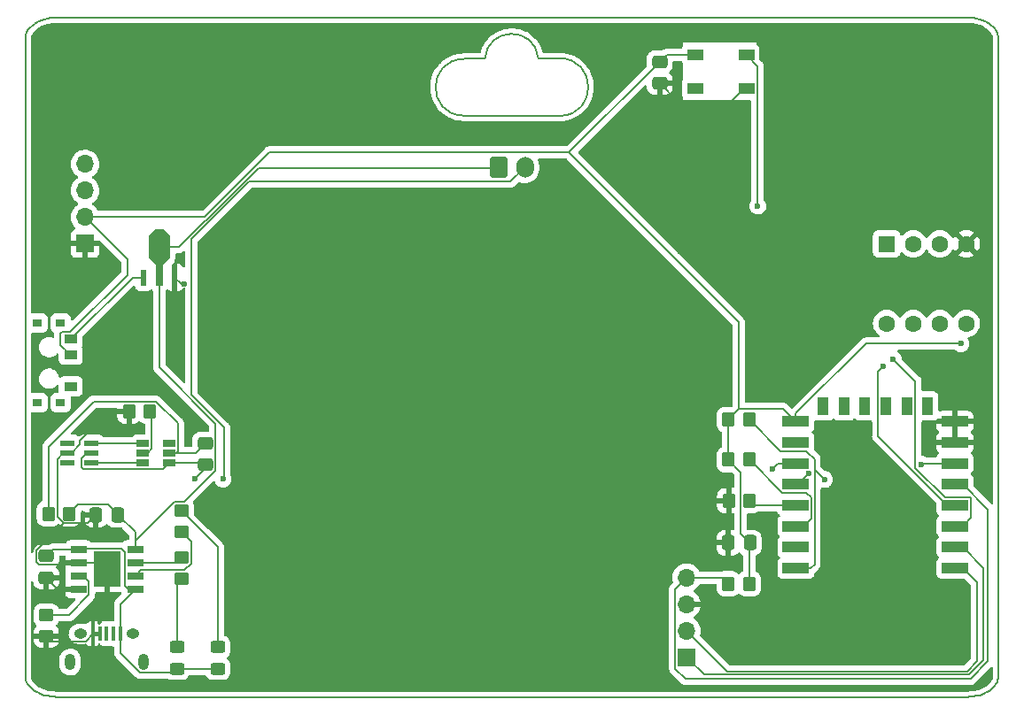
<source format=gbl>
G04 #@! TF.GenerationSoftware,KiCad,Pcbnew,(6.0.0)*
G04 #@! TF.CreationDate,2022-02-16T09:51:19+01:00*
G04 #@! TF.ProjectId,drawing.kicad_v2_pcb,64726177-696e-4672-9e6b-696361645f76,v2.1*
G04 #@! TF.SameCoordinates,Original*
G04 #@! TF.FileFunction,Copper,L2,Bot*
G04 #@! TF.FilePolarity,Positive*
%FSLAX46Y46*%
G04 Gerber Fmt 4.6, Leading zero omitted, Abs format (unit mm)*
G04 Created by KiCad (PCBNEW (6.0.0)) date 2022-02-16 09:51:19*
%MOMM*%
%LPD*%
G01*
G04 APERTURE LIST*
G04 Aperture macros list*
%AMRoundRect*
0 Rectangle with rounded corners*
0 $1 Rounding radius*
0 $2 $3 $4 $5 $6 $7 $8 $9 X,Y pos of 4 corners*
0 Add a 4 corners polygon primitive as box body*
4,1,4,$2,$3,$4,$5,$6,$7,$8,$9,$2,$3,0*
0 Add four circle primitives for the rounded corners*
1,1,$1+$1,$2,$3*
1,1,$1+$1,$4,$5*
1,1,$1+$1,$6,$7*
1,1,$1+$1,$8,$9*
0 Add four rect primitives between the rounded corners*
20,1,$1+$1,$2,$3,$4,$5,0*
20,1,$1+$1,$4,$5,$6,$7,0*
20,1,$1+$1,$6,$7,$8,$9,0*
20,1,$1+$1,$8,$9,$2,$3,0*%
%AMFreePoly0*
4,1,9,1.000000,1.114214,1.000000,-1.114214,0.414214,-1.700000,-0.414214,-1.700000,-1.000000,-1.114214,-1.000000,1.114214,-0.414214,1.700000,0.414214,1.700000,1.000000,1.114214,1.000000,1.114214,$1*%
G04 Aperture macros list end*
G04 #@! TA.AperFunction,Profile*
%ADD10C,0.150000*%
G04 #@! TD*
%ADD11C,0.200000*%
G04 #@! TA.AperFunction,Profile*
%ADD12C,0.200000*%
G04 #@! TD*
G04 #@! TA.AperFunction,ComponentPad*
%ADD13RoundRect,0.250000X-0.600000X-0.750000X0.600000X-0.750000X0.600000X0.750000X-0.600000X0.750000X0*%
G04 #@! TD*
G04 #@! TA.AperFunction,ComponentPad*
%ADD14O,1.700000X2.000000*%
G04 #@! TD*
G04 #@! TA.AperFunction,ComponentPad*
%ADD15R,1.700000X1.700000*%
G04 #@! TD*
G04 #@! TA.AperFunction,ComponentPad*
%ADD16O,1.700000X1.700000*%
G04 #@! TD*
G04 #@! TA.AperFunction,SMDPad,CuDef*
%ADD17R,0.400000X1.350000*%
G04 #@! TD*
G04 #@! TA.AperFunction,ComponentPad*
%ADD18O,1.250000X0.950000*%
G04 #@! TD*
G04 #@! TA.AperFunction,ComponentPad*
%ADD19O,1.000000X1.550000*%
G04 #@! TD*
G04 #@! TA.AperFunction,SMDPad,CuDef*
%ADD20RoundRect,0.250000X0.350000X0.450000X-0.350000X0.450000X-0.350000X-0.450000X0.350000X-0.450000X0*%
G04 #@! TD*
G04 #@! TA.AperFunction,SMDPad,CuDef*
%ADD21R,1.250000X0.900000*%
G04 #@! TD*
G04 #@! TA.AperFunction,SMDPad,CuDef*
%ADD22R,0.900000X0.800000*%
G04 #@! TD*
G04 #@! TA.AperFunction,SMDPad,CuDef*
%ADD23RoundRect,0.250000X0.450000X-0.350000X0.450000X0.350000X-0.450000X0.350000X-0.450000X-0.350000X0*%
G04 #@! TD*
G04 #@! TA.AperFunction,SMDPad,CuDef*
%ADD24R,1.525000X0.700000*%
G04 #@! TD*
G04 #@! TA.AperFunction,SMDPad,CuDef*
%ADD25R,2.513000X3.402000*%
G04 #@! TD*
G04 #@! TA.AperFunction,SMDPad,CuDef*
%ADD26R,1.400000X0.600000*%
G04 #@! TD*
G04 #@! TA.AperFunction,ComponentPad*
%ADD27R,1.600000X1.600000*%
G04 #@! TD*
G04 #@! TA.AperFunction,ComponentPad*
%ADD28C,1.600000*%
G04 #@! TD*
G04 #@! TA.AperFunction,SMDPad,CuDef*
%ADD29R,0.599999X1.599999*%
G04 #@! TD*
G04 #@! TA.AperFunction,SMDPad,CuDef*
%ADD30R,0.700001X2.000001*%
G04 #@! TD*
G04 #@! TA.AperFunction,SMDPad,CuDef*
%ADD31FreePoly0,180.000000*%
G04 #@! TD*
G04 #@! TA.AperFunction,SMDPad,CuDef*
%ADD32R,2.500000X1.000000*%
G04 #@! TD*
G04 #@! TA.AperFunction,SMDPad,CuDef*
%ADD33R,1.000000X1.800000*%
G04 #@! TD*
G04 #@! TA.AperFunction,SMDPad,CuDef*
%ADD34R,1.500000X1.000000*%
G04 #@! TD*
G04 #@! TA.AperFunction,SMDPad,CuDef*
%ADD35RoundRect,0.250000X0.475000X-0.337500X0.475000X0.337500X-0.475000X0.337500X-0.475000X-0.337500X0*%
G04 #@! TD*
G04 #@! TA.AperFunction,SMDPad,CuDef*
%ADD36RoundRect,0.250000X-0.450000X0.325000X-0.450000X-0.325000X0.450000X-0.325000X0.450000X0.325000X0*%
G04 #@! TD*
G04 #@! TA.AperFunction,SMDPad,CuDef*
%ADD37RoundRect,0.250000X0.337500X0.475000X-0.337500X0.475000X-0.337500X-0.475000X0.337500X-0.475000X0*%
G04 #@! TD*
G04 #@! TA.AperFunction,SMDPad,CuDef*
%ADD38R,1.200000X0.650000*%
G04 #@! TD*
G04 #@! TA.AperFunction,SMDPad,CuDef*
%ADD39RoundRect,0.250000X-0.350000X-0.450000X0.350000X-0.450000X0.350000X0.450000X-0.350000X0.450000X0*%
G04 #@! TD*
G04 #@! TA.AperFunction,ViaPad*
%ADD40C,0.600000*%
G04 #@! TD*
G04 #@! TA.AperFunction,Conductor*
%ADD41C,0.152400*%
G04 #@! TD*
G04 APERTURE END LIST*
D10*
X157096620Y-70834873D02*
X147866620Y-70804873D01*
X147916669Y-65364807D02*
X149926620Y-65364873D01*
X157036620Y-65324874D02*
X155026620Y-65314873D01*
X155026619Y-65314873D02*
G75*
G03*
X149926620Y-65364873I-2548019J-227008D01*
G01*
X147916669Y-65394800D02*
G75*
G03*
X147866620Y-70804873I0J-2705268D01*
G01*
X157096620Y-70834872D02*
G75*
G03*
X157036620Y-65324874I-41644J2754872D01*
G01*
D11*
X199009991Y-124410835D02*
X198994558Y-124617854D01*
X198949252Y-124818762D01*
X198875557Y-125012559D01*
X198774959Y-125198246D01*
X198648943Y-125374823D01*
X198498994Y-125541290D01*
X198326598Y-125696648D01*
X198133240Y-125839897D01*
X197920406Y-125970037D01*
X197689580Y-126086068D01*
X197442248Y-126186991D01*
X197179896Y-126271807D01*
X196904009Y-126339514D01*
X196616072Y-126389115D01*
X196317570Y-126419608D01*
X196009990Y-126429995D01*
X196009990Y-61430000D02*
X196317570Y-61440386D01*
X196616072Y-61470880D01*
X196904009Y-61520480D01*
X197179896Y-61588188D01*
X197442248Y-61673004D01*
X197689580Y-61773927D01*
X197920406Y-61889959D01*
X198133240Y-62020099D01*
X198326598Y-62163348D01*
X198498994Y-62318706D01*
X198648943Y-62485173D01*
X198774959Y-62661750D01*
X198875557Y-62847436D01*
X198949252Y-63041233D01*
X198994558Y-63242140D01*
X199009991Y-63449159D01*
D12*
X109010000Y-61430000D02*
X109010000Y-61430000D01*
D11*
X109010000Y-126429995D02*
X108702419Y-126419608D01*
X108403917Y-126389115D01*
X108115979Y-126339514D01*
X107840092Y-126271807D01*
X107577739Y-126186991D01*
X107330408Y-126086068D01*
X107099582Y-125970037D01*
X106886747Y-125839897D01*
X106693389Y-125696648D01*
X106520992Y-125541290D01*
X106371043Y-125374823D01*
X106245027Y-125198246D01*
X106144429Y-125012559D01*
X106070734Y-124818762D01*
X106025428Y-124617854D01*
X106009996Y-124410835D01*
D12*
X196009990Y-126429995D02*
X109010000Y-126429995D01*
X199009991Y-63449159D02*
X199009991Y-124410835D01*
D11*
X106009996Y-63449159D02*
X106025428Y-63242140D01*
X106070734Y-63041233D01*
X106144429Y-62847436D01*
X106245027Y-62661750D01*
X106371043Y-62485173D01*
X106520992Y-62318706D01*
X106693389Y-62163348D01*
X106886747Y-62020099D01*
X107099582Y-61889959D01*
X107330408Y-61773927D01*
X107577739Y-61673004D01*
X107840092Y-61588188D01*
X108115979Y-61520480D01*
X108403917Y-61470880D01*
X108702419Y-61440386D01*
X109010000Y-61430000D01*
D12*
X106009996Y-124410835D02*
X106009996Y-63449159D01*
X109010000Y-61430000D02*
X196009990Y-61430000D01*
D13*
X151250000Y-75760000D03*
D14*
X153750000Y-75760000D03*
D15*
X111709200Y-83058000D03*
D16*
X111709200Y-80518000D03*
X111709200Y-77978000D03*
X111709200Y-75438000D03*
D17*
X115076760Y-120398540D03*
X114426760Y-120398540D03*
X113776760Y-120398540D03*
X113126760Y-120398540D03*
X112476760Y-120398540D03*
D18*
X116276760Y-120398540D03*
X111276760Y-120398540D03*
D19*
X117276760Y-123098540D03*
X110276760Y-123098540D03*
D20*
X175218600Y-107645200D03*
X173218600Y-107645200D03*
X110200000Y-108900000D03*
X108200000Y-108900000D03*
D21*
X110339000Y-96712600D03*
X110339000Y-93712600D03*
X110339000Y-92212600D03*
D22*
X109364000Y-98262600D03*
X107164000Y-98262600D03*
X107164000Y-90662600D03*
X109364000Y-90662600D03*
D23*
X120900000Y-115100000D03*
X120900000Y-113100000D03*
D24*
X111088000Y-116105000D03*
X111088000Y-114835000D03*
X111088000Y-113565000D03*
X111088000Y-112295000D03*
X116512000Y-112295000D03*
X116512000Y-113565000D03*
X116512000Y-114835000D03*
X116512000Y-116105000D03*
D25*
X113800000Y-114200000D03*
D26*
X110000000Y-104050000D03*
X110000000Y-103100000D03*
X110000000Y-102150000D03*
X112300000Y-104050000D03*
X112300000Y-103100000D03*
X112300000Y-102150000D03*
D27*
X188325600Y-83083400D03*
D28*
X190865600Y-83083400D03*
X193405600Y-83083400D03*
X195945600Y-83083400D03*
X195945600Y-90703400D03*
X193405600Y-90703400D03*
X190865600Y-90703400D03*
X188325600Y-90703400D03*
D20*
X117900000Y-99100000D03*
X115900000Y-99100000D03*
D29*
X120300000Y-86299999D03*
D30*
X118800001Y-86099999D03*
D31*
X118800000Y-83400000D03*
D29*
X117300000Y-86299999D03*
D32*
X179648800Y-114084400D03*
X179648800Y-112084400D03*
X179648800Y-110084400D03*
X179648800Y-108084400D03*
X179648800Y-106084400D03*
X179648800Y-104084400D03*
X179648800Y-102084400D03*
X179648800Y-100084400D03*
D33*
X182248800Y-98584400D03*
X184248800Y-98584400D03*
X186248800Y-98584400D03*
X188248800Y-98584400D03*
X190248800Y-98584400D03*
X192248800Y-98584400D03*
D32*
X194848800Y-100084400D03*
X194848800Y-102084400D03*
X194848800Y-104084400D03*
X194848800Y-106084400D03*
X194848800Y-108084400D03*
X194848800Y-110084400D03*
X194848800Y-112084400D03*
X194848800Y-114084400D03*
D34*
X174916000Y-68198800D03*
X174916000Y-64998800D03*
X170016000Y-64998800D03*
X170016000Y-68198800D03*
D35*
X123200000Y-104237500D03*
X123200000Y-102162500D03*
D20*
X175200000Y-115600000D03*
X173200000Y-115600000D03*
D36*
X120500000Y-121675000D03*
X120500000Y-123725000D03*
D37*
X114837500Y-109000000D03*
X112762500Y-109000000D03*
D23*
X120900000Y-110600000D03*
X120900000Y-108600000D03*
D38*
X117250000Y-104050000D03*
X117250000Y-103100000D03*
X117250000Y-102150000D03*
X119750000Y-102150000D03*
X119750000Y-103100000D03*
X119750000Y-104050000D03*
D35*
X108000000Y-115037500D03*
X108000000Y-112962500D03*
D36*
X124400000Y-121675000D03*
X124400000Y-123725000D03*
D15*
X169195200Y-122645800D03*
D16*
X169195200Y-120105800D03*
X169195200Y-117565800D03*
X169195200Y-115025800D03*
D39*
X173193200Y-103733600D03*
X175193200Y-103733600D03*
X173167800Y-99898200D03*
X175167800Y-99898200D03*
D37*
X175256100Y-111683800D03*
X173181100Y-111683800D03*
D35*
X166640000Y-67727500D03*
X166640000Y-65652500D03*
D23*
X108000000Y-120600000D03*
X108000000Y-118600000D03*
D40*
X121200000Y-86900000D03*
X195420000Y-92630000D03*
X124890000Y-105570000D03*
X122190000Y-105590000D03*
X188950000Y-94110000D03*
X187970000Y-94840000D03*
X191643000Y-104165400D03*
X182380000Y-105620000D03*
X176000000Y-79460000D03*
X180890000Y-105036302D03*
X177390000Y-104640000D03*
D41*
X123012500Y-104050000D02*
X123200000Y-104237500D01*
X119750000Y-104050000D02*
X123012500Y-104050000D01*
X123200000Y-104580000D02*
X123200000Y-104237500D01*
X122190000Y-105590000D02*
X123200000Y-104580000D01*
X152386880Y-77123120D02*
X153750000Y-75760000D01*
X127397600Y-77123120D02*
X152386880Y-77123120D01*
X151210000Y-75800000D02*
X151250000Y-75760000D01*
X128290360Y-75800000D02*
X151210000Y-75800000D01*
X123268049Y-80822311D02*
X128290360Y-75800000D01*
X120640360Y-83400000D02*
X123218049Y-80822311D01*
X118800000Y-83400000D02*
X120640360Y-83400000D01*
X123218049Y-80822311D02*
X123268049Y-80822311D01*
X109067500Y-116105000D02*
X108000000Y-115037500D01*
X111088000Y-113565000D02*
X113165000Y-113565000D01*
X110000000Y-103100000D02*
X110400000Y-103100000D01*
X111210000Y-101910000D02*
X114020000Y-99100000D01*
X114020000Y-99100000D02*
X115900000Y-99100000D01*
X109600000Y-103100000D02*
X110000000Y-103100000D01*
X110874880Y-113778120D02*
X107326957Y-113778120D01*
X173074800Y-69790000D02*
X168702500Y-69790000D01*
X174666000Y-68198800D02*
X173074800Y-69790000D01*
X107030000Y-113481163D02*
X107030000Y-112443837D01*
X111088000Y-113565000D02*
X110874880Y-113778120D01*
X108501660Y-121101660D02*
X111773640Y-121101660D01*
X109050000Y-103650000D02*
X109600000Y-103100000D01*
X113126760Y-120398540D02*
X112476760Y-120398540D01*
X121200000Y-86900000D02*
X120900001Y-86900000D01*
X109651957Y-109828120D02*
X109050000Y-109226163D01*
X112762500Y-109000000D02*
X111934380Y-109828120D01*
X168702500Y-69790000D02*
X166640000Y-67727500D01*
X111088000Y-116105000D02*
X109067500Y-116105000D01*
X174916000Y-68198800D02*
X174666000Y-68198800D01*
X110400000Y-103100000D02*
X111210000Y-102290000D01*
X113165000Y-113565000D02*
X113800000Y-114200000D01*
X111934380Y-109828120D02*
X109651957Y-109828120D01*
X109645717Y-109828120D02*
X109651957Y-109828120D01*
X107326957Y-113778120D02*
X107030000Y-113481163D01*
X108000000Y-120600000D02*
X108501660Y-121101660D01*
X120900001Y-86900000D02*
X120300000Y-86299999D01*
X111210000Y-102290000D02*
X111210000Y-101910000D01*
X107030000Y-112443837D02*
X109645717Y-109828120D01*
X109050000Y-109226163D02*
X109050000Y-103650000D01*
X111773640Y-121101660D02*
X112476760Y-120398540D01*
X120500000Y-121675000D02*
X120500000Y-115500000D01*
X120500000Y-115500000D02*
X120900000Y-115100000D01*
X174209200Y-98856800D02*
X178421200Y-98856800D01*
X174209200Y-98856800D02*
X174209200Y-90596700D01*
X175200000Y-111739900D02*
X175256100Y-111683800D01*
X109485889Y-91534489D02*
X110235511Y-91534489D01*
X166640000Y-65652500D02*
X157952500Y-74340000D01*
X179648800Y-100084400D02*
X179648800Y-99328178D01*
X170016000Y-64998800D02*
X167293700Y-64998800D01*
X173193200Y-103733600D02*
X173193200Y-99923600D01*
X110339000Y-93712600D02*
X109360000Y-92733600D01*
X123142000Y-80518000D02*
X129320000Y-74340000D01*
X167293700Y-64998800D02*
X166640000Y-65652500D01*
X174390480Y-104930880D02*
X173193200Y-103733600D01*
X179648800Y-99328178D02*
X186346978Y-92630000D01*
X129320000Y-74340000D02*
X157952500Y-74340000D01*
X110235511Y-91534489D02*
X115730000Y-86040000D01*
X109360000Y-91660378D02*
X109485889Y-91534489D01*
X186346978Y-92630000D02*
X195420000Y-92630000D01*
X174390480Y-110818180D02*
X174390480Y-104930880D01*
X175200000Y-115600000D02*
X175200000Y-111739900D01*
X174209200Y-98856800D02*
X173167800Y-99898200D01*
X115730000Y-86040000D02*
X115730000Y-84538800D01*
X173193200Y-99923600D02*
X173167800Y-99898200D01*
X178421200Y-98856800D02*
X179648800Y-100084400D01*
X174209200Y-90596700D02*
X157952500Y-74340000D01*
X111709200Y-80518000D02*
X123142000Y-80518000D01*
X175256100Y-111683800D02*
X174390480Y-110818180D01*
X109360000Y-92733600D02*
X109360000Y-91660378D01*
X115730000Y-84538800D02*
X111709200Y-80518000D01*
X111088000Y-112295000D02*
X111112111Y-112270889D01*
X108667500Y-112295000D02*
X108000000Y-112962500D01*
X115076760Y-120398540D02*
X115076760Y-117540240D01*
X120500000Y-123725000D02*
X120123340Y-124101660D01*
X115521389Y-112598200D02*
X115521389Y-115775389D01*
X111112111Y-112270889D02*
X115194078Y-112270889D01*
X124400000Y-123725000D02*
X120500000Y-123725000D01*
X120123340Y-124101660D02*
X116975163Y-124101660D01*
X115521389Y-115775389D02*
X115851000Y-116105000D01*
X115076760Y-122203257D02*
X115076760Y-120398540D01*
X115851000Y-116105000D02*
X116512000Y-116105000D01*
X115076760Y-117540240D02*
X116512000Y-116105000D01*
X116975163Y-124101660D02*
X115076760Y-122203257D01*
X115194078Y-112270889D02*
X115521389Y-112598200D01*
X111088000Y-112295000D02*
X108667500Y-112295000D01*
X127397600Y-77123120D02*
X121870000Y-82650720D01*
X121870000Y-82650720D02*
X121870000Y-97550000D01*
X111371889Y-103628111D02*
X111371889Y-104463089D01*
X111371889Y-104463089D02*
X111511911Y-104603111D01*
X112300000Y-103100000D02*
X111900000Y-103100000D01*
X119196889Y-104603111D02*
X119750000Y-104050000D01*
X124990000Y-105470000D02*
X124890000Y-105570000D01*
X121870000Y-97550000D02*
X124990000Y-100670000D01*
X111511911Y-104603111D02*
X119196889Y-104603111D01*
X111900000Y-103100000D02*
X111371889Y-103628111D01*
X124990000Y-100670000D02*
X124990000Y-105470000D01*
X120578111Y-100258111D02*
X120578111Y-102916489D01*
X123200000Y-102162500D02*
X122262500Y-103100000D01*
X120578111Y-102916489D02*
X120394600Y-103100000D01*
X119750000Y-103100000D02*
X122262500Y-103100000D01*
X112521898Y-98171880D02*
X118491880Y-98171880D01*
X118491880Y-98171880D02*
X120578111Y-100258111D01*
X108200000Y-102493778D02*
X112521898Y-98171880D01*
X108200000Y-108900000D02*
X108200000Y-102493778D01*
X197600000Y-114085600D02*
X197600000Y-122900000D01*
X197600000Y-122900000D02*
X196200000Y-124300000D01*
X194848800Y-112084400D02*
X195598800Y-112084400D01*
X170849400Y-124300000D02*
X169195200Y-122645800D01*
X195598800Y-112084400D02*
X197600000Y-114085600D01*
X196200000Y-124300000D02*
X170849400Y-124300000D01*
X197000000Y-123000000D02*
X196004311Y-123995689D01*
X196004311Y-123995689D02*
X173085089Y-123995689D01*
X197000000Y-115485600D02*
X197000000Y-123000000D01*
X194848800Y-114084400D02*
X195598800Y-114084400D01*
X195598800Y-114084400D02*
X197000000Y-115485600D01*
X173085089Y-123995689D02*
X169195200Y-120105800D01*
X191080622Y-104522444D02*
X193914467Y-107356289D01*
X193914467Y-107356289D02*
X196326911Y-107356289D01*
X196390000Y-107419378D02*
X196390000Y-109293200D01*
X196390000Y-109293200D02*
X195598800Y-110084400D01*
X196326911Y-107356289D02*
X196390000Y-107419378D01*
X188950000Y-94110000D02*
X191080622Y-96240622D01*
X191080622Y-96240622D02*
X191080622Y-104522444D01*
X195598800Y-110084400D02*
X194848800Y-110084400D01*
X187970000Y-94840000D02*
X187520689Y-95289311D01*
X187520689Y-101506289D02*
X194098800Y-108084400D01*
X194098800Y-108084400D02*
X194848800Y-108084400D01*
X187520689Y-95289311D02*
X187520689Y-101506289D01*
X191643000Y-104165400D02*
X191724000Y-104084400D01*
X191724000Y-104084400D02*
X194848800Y-104084400D01*
X175193200Y-103733600D02*
X178342800Y-106883200D01*
X180398800Y-110084400D02*
X179648800Y-110084400D01*
X181126911Y-107356289D02*
X181126911Y-109356289D01*
X178342800Y-106883200D02*
X180653822Y-106883200D01*
X181126911Y-109356289D02*
X180398800Y-110084400D01*
X180653822Y-106883200D02*
X181126911Y-107356289D01*
X181432200Y-113741200D02*
X181089000Y-114084400D01*
X178165000Y-102895400D02*
X180666022Y-102895400D01*
X175167800Y-99898200D02*
X178165000Y-102895400D01*
X182380000Y-105620000D02*
X181432200Y-104672200D01*
X181432200Y-103661578D02*
X181432200Y-113741200D01*
X180666022Y-102895400D02*
X181432200Y-103661578D01*
X181089000Y-114084400D02*
X179648800Y-114084400D01*
X175657800Y-108084400D02*
X179648800Y-108084400D01*
X175218600Y-107645200D02*
X175657800Y-108084400D01*
X121204283Y-114271880D02*
X121828120Y-113648043D01*
X117075120Y-114271880D02*
X121204283Y-114271880D01*
X116512000Y-114835000D02*
X117075120Y-114271880D01*
X121828120Y-113648043D02*
X121828120Y-111528120D01*
X121828120Y-111528120D02*
X120900000Y-110600000D01*
X112078611Y-116683111D02*
X112078611Y-115413111D01*
X111500500Y-114835000D02*
X111088000Y-114835000D01*
X110161722Y-118600000D02*
X112078611Y-116683111D01*
X108000000Y-118600000D02*
X110161722Y-118600000D01*
X112078611Y-115413111D02*
X111500500Y-114835000D01*
X120435000Y-113565000D02*
X120900000Y-113100000D01*
X116512000Y-113565000D02*
X120435000Y-113565000D01*
X169081778Y-124688600D02*
X168117089Y-123723911D01*
X196367400Y-124688600D02*
X169081778Y-124688600D01*
X194848800Y-106084400D02*
X195598800Y-106084400D01*
X195598800Y-106084400D02*
X198018400Y-108504000D01*
X168117089Y-123723911D02*
X168117089Y-116103911D01*
X173200000Y-115600000D02*
X172625800Y-115025800D01*
X172625800Y-115025800D02*
X169195200Y-115025800D01*
X198018400Y-123037600D02*
X196367400Y-124688600D01*
X168117089Y-116103911D02*
X169195200Y-115025800D01*
X198018400Y-108504000D02*
X198018400Y-123037600D01*
X179841902Y-106084400D02*
X179648800Y-106084400D01*
X174916000Y-64998800D02*
X176000000Y-66082800D01*
X180890000Y-105036302D02*
X179841902Y-106084400D01*
X176000000Y-66082800D02*
X176000000Y-79460000D01*
X177945600Y-104084400D02*
X179648800Y-104084400D01*
X177390000Y-104640000D02*
X177945600Y-104084400D01*
X110200000Y-108900000D02*
X111053120Y-108046880D01*
X124153120Y-100263480D02*
X124153120Y-104777080D01*
X120218520Y-107771880D02*
X116512000Y-111478400D01*
X121158320Y-107771880D02*
X120218520Y-107771880D01*
X113884380Y-108046880D02*
X114837500Y-109000000D01*
X111053120Y-108046880D02*
X113884380Y-108046880D01*
X118800001Y-86099999D02*
X118800001Y-94910361D01*
X116512000Y-110674500D02*
X114837500Y-109000000D01*
X116512000Y-112295000D02*
X116512000Y-110674500D01*
X118800001Y-94910361D02*
X124153120Y-100263480D01*
X124153120Y-104777080D02*
X121158320Y-107771880D01*
X124400000Y-121675000D02*
X124400000Y-112100000D01*
X124400000Y-112100000D02*
X120900000Y-108600000D01*
X117250000Y-104050000D02*
X112300000Y-104050000D01*
X117681222Y-103100000D02*
X117250000Y-103100000D01*
X117900000Y-99100000D02*
X118078111Y-99278111D01*
X118078111Y-99278111D02*
X118078111Y-102703111D01*
X118078111Y-102703111D02*
X117681222Y-103100000D01*
X117250000Y-102150000D02*
X112300000Y-102150000D01*
X117300000Y-86299999D02*
X116251601Y-86299999D01*
X116251601Y-86299999D02*
X110339000Y-92212600D01*
G04 #@! TA.AperFunction,Conductor*
G36*
X157726241Y-74944702D02*
G01*
X157747215Y-74961605D01*
X173587595Y-90801986D01*
X173621621Y-90864298D01*
X173624500Y-90891081D01*
X173624500Y-98562420D01*
X173604498Y-98630541D01*
X173587595Y-98651515D01*
X173586315Y-98652795D01*
X173524003Y-98686821D01*
X173497220Y-98689700D01*
X172767400Y-98689700D01*
X172764154Y-98690037D01*
X172764150Y-98690037D01*
X172668492Y-98699962D01*
X172668488Y-98699963D01*
X172661634Y-98700674D01*
X172655098Y-98702855D01*
X172655096Y-98702855D01*
X172529861Y-98744637D01*
X172493854Y-98756650D01*
X172343452Y-98849722D01*
X172218495Y-98974897D01*
X172214655Y-98981127D01*
X172214654Y-98981128D01*
X172150059Y-99085921D01*
X172125685Y-99125462D01*
X172070003Y-99293339D01*
X172059300Y-99397800D01*
X172059300Y-100398600D01*
X172059637Y-100401846D01*
X172059637Y-100401850D01*
X172061118Y-100416117D01*
X172070274Y-100504366D01*
X172126250Y-100672146D01*
X172219322Y-100822548D01*
X172344497Y-100947505D01*
X172350727Y-100951345D01*
X172350728Y-100951346D01*
X172486464Y-101035015D01*
X172495062Y-101040315D01*
X172522168Y-101049306D01*
X172580526Y-101089735D01*
X172607764Y-101155298D01*
X172608500Y-101168898D01*
X172608500Y-102471484D01*
X172588498Y-102539605D01*
X172534842Y-102586098D01*
X172529292Y-102588284D01*
X172526201Y-102589732D01*
X172519254Y-102592050D01*
X172368852Y-102685122D01*
X172243895Y-102810297D01*
X172240055Y-102816527D01*
X172240054Y-102816528D01*
X172156127Y-102952683D01*
X172151085Y-102960862D01*
X172148781Y-102967809D01*
X172101307Y-103110940D01*
X172095403Y-103128739D01*
X172084700Y-103233200D01*
X172084700Y-104234000D01*
X172095674Y-104339766D01*
X172151650Y-104507546D01*
X172244722Y-104657948D01*
X172369897Y-104782905D01*
X172376127Y-104786745D01*
X172376128Y-104786746D01*
X172507974Y-104868017D01*
X172520462Y-104875715D01*
X172571086Y-104892506D01*
X172681811Y-104929232D01*
X172681813Y-104929232D01*
X172688339Y-104931397D01*
X172695175Y-104932097D01*
X172695178Y-104932098D01*
X172738231Y-104936509D01*
X172792800Y-104942100D01*
X173522619Y-104942100D01*
X173590740Y-104962102D01*
X173611714Y-104979005D01*
X173768875Y-105136166D01*
X173802901Y-105198478D01*
X173805780Y-105225261D01*
X173805780Y-106316771D01*
X173785778Y-106384892D01*
X173732122Y-106431385D01*
X173666939Y-106442115D01*
X173622165Y-106437528D01*
X173615745Y-106437200D01*
X173490715Y-106437200D01*
X173475476Y-106441675D01*
X173474271Y-106443065D01*
X173472600Y-106450748D01*
X173472600Y-108835084D01*
X173477075Y-108850323D01*
X173478465Y-108851528D01*
X173486148Y-108853199D01*
X173615695Y-108853199D01*
X173622214Y-108852862D01*
X173666777Y-108848238D01*
X173736598Y-108861103D01*
X173788380Y-108909674D01*
X173805780Y-108973565D01*
X173805780Y-110335494D01*
X173785778Y-110403615D01*
X173732122Y-110450108D01*
X173666938Y-110460838D01*
X173572162Y-110451128D01*
X173565745Y-110450800D01*
X173453215Y-110450800D01*
X173437976Y-110455275D01*
X173436771Y-110456665D01*
X173435100Y-110464348D01*
X173435100Y-112898684D01*
X173439575Y-112913923D01*
X173440965Y-112915128D01*
X173448648Y-112916799D01*
X173565695Y-112916799D01*
X173572214Y-112916462D01*
X173667806Y-112906543D01*
X173681200Y-112903651D01*
X173835384Y-112852212D01*
X173848562Y-112846039D01*
X173986407Y-112760737D01*
X173997808Y-112751701D01*
X174112338Y-112636972D01*
X174119394Y-112628038D01*
X174177312Y-112586977D01*
X174248235Y-112583747D01*
X174309646Y-112619374D01*
X174316446Y-112627207D01*
X174320122Y-112633148D01*
X174445297Y-112758105D01*
X174451527Y-112761945D01*
X174451528Y-112761946D01*
X174555416Y-112825984D01*
X174602910Y-112878757D01*
X174615300Y-112933244D01*
X174615300Y-114337884D01*
X174595298Y-114406005D01*
X174541642Y-114452498D01*
X174536092Y-114454684D01*
X174533001Y-114456132D01*
X174526054Y-114458450D01*
X174375652Y-114551522D01*
X174370479Y-114556704D01*
X174289216Y-114638109D01*
X174226934Y-114672188D01*
X174156114Y-114667185D01*
X174111025Y-114638264D01*
X174028483Y-114555866D01*
X174023303Y-114550695D01*
X173932721Y-114494859D01*
X173878968Y-114461725D01*
X173878966Y-114461724D01*
X173872738Y-114457885D01*
X173749063Y-114416864D01*
X173711389Y-114404368D01*
X173711387Y-114404368D01*
X173704861Y-114402203D01*
X173698025Y-114401503D01*
X173698022Y-114401502D01*
X173654969Y-114397091D01*
X173600400Y-114391500D01*
X172799600Y-114391500D01*
X172796354Y-114391837D01*
X172796350Y-114391837D01*
X172700692Y-114401762D01*
X172700688Y-114401763D01*
X172693834Y-114402474D01*
X172687298Y-114404655D01*
X172687296Y-114404655D01*
X172597469Y-114434624D01*
X172557593Y-114441100D01*
X170503365Y-114441100D01*
X170435244Y-114421098D01*
X170397949Y-114380737D01*
X170396554Y-114381640D01*
X170278022Y-114198417D01*
X170278020Y-114198414D01*
X170275214Y-114194077D01*
X170124870Y-114028851D01*
X170120819Y-114025652D01*
X170120815Y-114025648D01*
X169953614Y-113893600D01*
X169953610Y-113893598D01*
X169949559Y-113890398D01*
X169753989Y-113782438D01*
X169749120Y-113780714D01*
X169749116Y-113780712D01*
X169548287Y-113709595D01*
X169548283Y-113709594D01*
X169543412Y-113707869D01*
X169538319Y-113706962D01*
X169538316Y-113706961D01*
X169328573Y-113669600D01*
X169328567Y-113669599D01*
X169323484Y-113668694D01*
X169249652Y-113667792D01*
X169105281Y-113666028D01*
X169105279Y-113666028D01*
X169100111Y-113665965D01*
X168879291Y-113699755D01*
X168666956Y-113769157D01*
X168468807Y-113872307D01*
X168464674Y-113875410D01*
X168464671Y-113875412D01*
X168309990Y-113991550D01*
X168290165Y-114006435D01*
X168135829Y-114167938D01*
X168132915Y-114172210D01*
X168132914Y-114172211D01*
X168122425Y-114187587D01*
X168009943Y-114352480D01*
X167915888Y-114555105D01*
X167856189Y-114770370D01*
X167832451Y-114992495D01*
X167832748Y-114997648D01*
X167832748Y-114997651D01*
X167838815Y-115102866D01*
X167845310Y-115215515D01*
X167846447Y-115220561D01*
X167846448Y-115220567D01*
X167891346Y-115419790D01*
X167886810Y-115490642D01*
X167857524Y-115536586D01*
X167736586Y-115657524D01*
X167724195Y-115668391D01*
X167700076Y-115686898D01*
X167695050Y-115693448D01*
X167695049Y-115693449D01*
X167649633Y-115752637D01*
X167628502Y-115780176D01*
X167606355Y-115809038D01*
X167603197Y-115816663D01*
X167603194Y-115816668D01*
X167597305Y-115830886D01*
X167597305Y-115830888D01*
X167547439Y-115951274D01*
X167546362Y-115959458D01*
X167546361Y-115959460D01*
X167544060Y-115976937D01*
X167532389Y-116065590D01*
X167527344Y-116103911D01*
X167528422Y-116112099D01*
X167531311Y-116134044D01*
X167532389Y-116150490D01*
X167532389Y-123677333D01*
X167531311Y-123693780D01*
X167527344Y-123723911D01*
X167532389Y-123762230D01*
X167532389Y-123762232D01*
X167547439Y-123876548D01*
X167550599Y-123884176D01*
X167550600Y-123884181D01*
X167581683Y-123959220D01*
X167581684Y-123959222D01*
X167606355Y-124018784D01*
X167640512Y-124063297D01*
X167700076Y-124140924D01*
X167706626Y-124145950D01*
X167706630Y-124145954D01*
X167724198Y-124159434D01*
X167736590Y-124170302D01*
X168635391Y-125069103D01*
X168646258Y-125081494D01*
X168664765Y-125105613D01*
X168721507Y-125149152D01*
X168786905Y-125199334D01*
X168824951Y-125215093D01*
X168929141Y-125258250D01*
X168937329Y-125259328D01*
X169043454Y-125273300D01*
X169043459Y-125273300D01*
X169081778Y-125278345D01*
X169089966Y-125277267D01*
X169111911Y-125274378D01*
X169128357Y-125273300D01*
X196320822Y-125273300D01*
X196337269Y-125274378D01*
X196367400Y-125278345D01*
X196405719Y-125273300D01*
X196405724Y-125273300D01*
X196511849Y-125259328D01*
X196520037Y-125258250D01*
X196629376Y-125212960D01*
X196662273Y-125199334D01*
X196727671Y-125149152D01*
X196784413Y-125105613D01*
X196789439Y-125099063D01*
X196789443Y-125099059D01*
X196802923Y-125081491D01*
X196813791Y-125069099D01*
X198286896Y-123595995D01*
X198349208Y-123561969D01*
X198420024Y-123567034D01*
X198476859Y-123609581D01*
X198501670Y-123676101D01*
X198501991Y-123685090D01*
X198501991Y-124387241D01*
X198501642Y-124396607D01*
X198492584Y-124518120D01*
X198491444Y-124533407D01*
X198488708Y-124551754D01*
X198468065Y-124643296D01*
X198463586Y-124663157D01*
X198458444Y-124680224D01*
X198415749Y-124792499D01*
X198408763Y-124807734D01*
X198346945Y-124921839D01*
X198338720Y-124935012D01*
X198256357Y-125050423D01*
X198247414Y-125061560D01*
X198143648Y-125176755D01*
X198134380Y-125186025D01*
X198009106Y-125298919D01*
X197999762Y-125306562D01*
X197853474Y-125414940D01*
X197844198Y-125421194D01*
X197677859Y-125522903D01*
X197668719Y-125527983D01*
X197483634Y-125621022D01*
X197474647Y-125625107D01*
X197272260Y-125707690D01*
X197263420Y-125710917D01*
X197045356Y-125781415D01*
X197036644Y-125783889D01*
X196967098Y-125800956D01*
X196804506Y-125840859D01*
X196795865Y-125842661D01*
X196630327Y-125871177D01*
X196551334Y-125884784D01*
X196542756Y-125885960D01*
X196461657Y-125894245D01*
X196287398Y-125912046D01*
X196278846Y-125912626D01*
X196003560Y-125921923D01*
X195999307Y-125921995D01*
X109020700Y-125921995D01*
X109016448Y-125921923D01*
X108741135Y-125912626D01*
X108732582Y-125912046D01*
X108623922Y-125900946D01*
X108477237Y-125885962D01*
X108468659Y-125884785D01*
X108224118Y-125842660D01*
X108215483Y-125840860D01*
X107983331Y-125783885D01*
X107974619Y-125781411D01*
X107823890Y-125732681D01*
X107756569Y-125710917D01*
X107747726Y-125707689D01*
X107545342Y-125625107D01*
X107536355Y-125621022D01*
X107351265Y-125527981D01*
X107342125Y-125522901D01*
X107175786Y-125421192D01*
X107166511Y-125414938D01*
X107020224Y-125306562D01*
X107010879Y-125298919D01*
X106885608Y-125186028D01*
X106876339Y-125176758D01*
X106772572Y-125061561D01*
X106763631Y-125050425D01*
X106731473Y-125005365D01*
X106681265Y-124935012D01*
X106673043Y-124921845D01*
X106644409Y-124868989D01*
X106631089Y-124844402D01*
X106611222Y-124807731D01*
X106604237Y-124792498D01*
X106561542Y-124680225D01*
X106556400Y-124663156D01*
X106533923Y-124563479D01*
X106531279Y-124551755D01*
X106528542Y-124533405D01*
X106528253Y-124529521D01*
X106518345Y-124396608D01*
X106517996Y-124387242D01*
X106517996Y-123423309D01*
X109268260Y-123423309D01*
X109268560Y-123426365D01*
X109268560Y-123426372D01*
X109274297Y-123484880D01*
X109282680Y-123570373D01*
X109284462Y-123576274D01*
X109284462Y-123576276D01*
X109301689Y-123633333D01*
X109339844Y-123759709D01*
X109432694Y-123934336D01*
X109495346Y-124011155D01*
X109553800Y-124082827D01*
X109553803Y-124082830D01*
X109557695Y-124087602D01*
X109562442Y-124091529D01*
X109562444Y-124091531D01*
X109705335Y-124209741D01*
X109705339Y-124209743D01*
X109710085Y-124213670D01*
X109884059Y-124307738D01*
X110072992Y-124366222D01*
X110079117Y-124366866D01*
X110079118Y-124366866D01*
X110263556Y-124386251D01*
X110263558Y-124386251D01*
X110269685Y-124386895D01*
X110356788Y-124378968D01*
X110460509Y-124369529D01*
X110460512Y-124369528D01*
X110466648Y-124368970D01*
X110472554Y-124367232D01*
X110472558Y-124367231D01*
X110601913Y-124329160D01*
X110656379Y-124313130D01*
X110661837Y-124310277D01*
X110661841Y-124310275D01*
X110752613Y-124262820D01*
X110831650Y-124221500D01*
X110985785Y-124097572D01*
X111112914Y-123946066D01*
X111115881Y-123940668D01*
X111115885Y-123940663D01*
X111205227Y-123778148D01*
X111208193Y-123772753D01*
X111210606Y-123765148D01*
X111266133Y-123590104D01*
X111266133Y-123590103D01*
X111267995Y-123584234D01*
X111285260Y-123430313D01*
X111285260Y-122773771D01*
X111284574Y-122766767D01*
X111277198Y-122691550D01*
X111270840Y-122626707D01*
X111263157Y-122601258D01*
X111229717Y-122490502D01*
X111213676Y-122437371D01*
X111120826Y-122262744D01*
X111027261Y-122148022D01*
X110999720Y-122114253D01*
X110999717Y-122114250D01*
X110995825Y-122109478D01*
X110989484Y-122104232D01*
X110848185Y-121987339D01*
X110848181Y-121987337D01*
X110843435Y-121983410D01*
X110669461Y-121889342D01*
X110480528Y-121830858D01*
X110474403Y-121830214D01*
X110474402Y-121830214D01*
X110289964Y-121810829D01*
X110289962Y-121810829D01*
X110283835Y-121810185D01*
X110201336Y-121817693D01*
X110093011Y-121827551D01*
X110093008Y-121827552D01*
X110086872Y-121828110D01*
X110080966Y-121829848D01*
X110080962Y-121829849D01*
X109975836Y-121860789D01*
X109897141Y-121883950D01*
X109891683Y-121886803D01*
X109891679Y-121886805D01*
X109849460Y-121908877D01*
X109721870Y-121975580D01*
X109567735Y-122099508D01*
X109440606Y-122251014D01*
X109437639Y-122256412D01*
X109437635Y-122256417D01*
X109387448Y-122347708D01*
X109345327Y-122424327D01*
X109343466Y-122430194D01*
X109343465Y-122430196D01*
X109290083Y-122598478D01*
X109285525Y-122612846D01*
X109268260Y-122766767D01*
X109268260Y-123423309D01*
X106517996Y-123423309D01*
X106517996Y-120997095D01*
X106792001Y-120997095D01*
X106792338Y-121003614D01*
X106802257Y-121099206D01*
X106805149Y-121112600D01*
X106856588Y-121266784D01*
X106862761Y-121279962D01*
X106948063Y-121417807D01*
X106957099Y-121429208D01*
X107071829Y-121543739D01*
X107083240Y-121552751D01*
X107221243Y-121637816D01*
X107234424Y-121643963D01*
X107388710Y-121695138D01*
X107402086Y-121698005D01*
X107496438Y-121707672D01*
X107502854Y-121708000D01*
X107727885Y-121708000D01*
X107743124Y-121703525D01*
X107744329Y-121702135D01*
X107746000Y-121694452D01*
X107746000Y-121689884D01*
X108254000Y-121689884D01*
X108258475Y-121705123D01*
X108259865Y-121706328D01*
X108267548Y-121707999D01*
X108497095Y-121707999D01*
X108503614Y-121707662D01*
X108599206Y-121697743D01*
X108612600Y-121694851D01*
X108766784Y-121643412D01*
X108779962Y-121637239D01*
X108917807Y-121551937D01*
X108929208Y-121542901D01*
X109043739Y-121428171D01*
X109052751Y-121416760D01*
X109137816Y-121278757D01*
X109143963Y-121265576D01*
X109195138Y-121111290D01*
X109198005Y-121097914D01*
X109207672Y-121003562D01*
X109208000Y-120997145D01*
X109208000Y-120872115D01*
X109203525Y-120856876D01*
X109202135Y-120855671D01*
X109194452Y-120854000D01*
X108272115Y-120854000D01*
X108256876Y-120858475D01*
X108255671Y-120859865D01*
X108254000Y-120867548D01*
X108254000Y-121689884D01*
X107746000Y-121689884D01*
X107746000Y-120872115D01*
X107741525Y-120856876D01*
X107740135Y-120855671D01*
X107732452Y-120854000D01*
X106810116Y-120854000D01*
X106794877Y-120858475D01*
X106793672Y-120859865D01*
X106792001Y-120867548D01*
X106792001Y-120997095D01*
X106517996Y-120997095D01*
X106517996Y-120446832D01*
X110139368Y-120446832D01*
X110169246Y-120644388D01*
X110171449Y-120650375D01*
X110171449Y-120650376D01*
X110203302Y-120736951D01*
X110238237Y-120831901D01*
X110343525Y-121001712D01*
X110480807Y-121146884D01*
X110644476Y-121261486D01*
X110827846Y-121340838D01*
X111023426Y-121381696D01*
X111028282Y-121381951D01*
X111028321Y-121381953D01*
X111028337Y-121381953D01*
X111029989Y-121382040D01*
X111476694Y-121382040D01*
X111513534Y-121378298D01*
X111619194Y-121367566D01*
X111619198Y-121367565D01*
X111625540Y-121366921D01*
X111731774Y-121333629D01*
X111802757Y-121332344D01*
X111863168Y-121369641D01*
X111870278Y-121378298D01*
X111908475Y-121429264D01*
X111921036Y-121441825D01*
X112023111Y-121518326D01*
X112038706Y-121526864D01*
X112159154Y-121572018D01*
X112174409Y-121575645D01*
X112225274Y-121581171D01*
X112232088Y-121581540D01*
X112258645Y-121581540D01*
X112273884Y-121577065D01*
X112275089Y-121575675D01*
X112276760Y-121567992D01*
X112276760Y-120928061D01*
X112289706Y-120872431D01*
X112289862Y-120872115D01*
X112353331Y-120743129D01*
X112389969Y-120602474D01*
X112402085Y-120555960D01*
X112402085Y-120555957D01*
X112403695Y-120549778D01*
X112414152Y-120350248D01*
X112384274Y-120152692D01*
X112315283Y-119965179D01*
X112295674Y-119933553D01*
X112276760Y-119867156D01*
X112276760Y-119233656D01*
X112272285Y-119218417D01*
X112270895Y-119217212D01*
X112263212Y-119215541D01*
X112232091Y-119215541D01*
X112225270Y-119215911D01*
X112174408Y-119221435D01*
X112159156Y-119225061D01*
X112038706Y-119270216D01*
X112023111Y-119278754D01*
X111921036Y-119355255D01*
X111908476Y-119367815D01*
X111873064Y-119415066D01*
X111816205Y-119457582D01*
X111745386Y-119462608D01*
X111734139Y-119459604D01*
X111731531Y-119458777D01*
X111725674Y-119456242D01*
X111719430Y-119454938D01*
X111719425Y-119454936D01*
X111614213Y-119432957D01*
X111530094Y-119415384D01*
X111525238Y-119415129D01*
X111525199Y-119415127D01*
X111525183Y-119415127D01*
X111523531Y-119415040D01*
X111076826Y-119415040D01*
X111063693Y-119416374D01*
X110934326Y-119429514D01*
X110934322Y-119429515D01*
X110927980Y-119430159D01*
X110821038Y-119463673D01*
X110743411Y-119488000D01*
X110743410Y-119488001D01*
X110737320Y-119489909D01*
X110562569Y-119586775D01*
X110557720Y-119590931D01*
X110433037Y-119697797D01*
X110410864Y-119716801D01*
X110406957Y-119721838D01*
X110406955Y-119721840D01*
X110292315Y-119869633D01*
X110292313Y-119869636D01*
X110288403Y-119874677D01*
X110285585Y-119880403D01*
X110285583Y-119880407D01*
X110246539Y-119959756D01*
X110200189Y-120053951D01*
X110185807Y-120109165D01*
X110161390Y-120202905D01*
X110149825Y-120247302D01*
X110149491Y-120253682D01*
X110142144Y-120393869D01*
X110139368Y-120446832D01*
X106517996Y-120446832D01*
X106517996Y-115460745D01*
X106537998Y-115392624D01*
X106591654Y-115346131D01*
X106661928Y-115336027D01*
X106726508Y-115365521D01*
X106764892Y-115425247D01*
X106769323Y-115447742D01*
X106777257Y-115524206D01*
X106780149Y-115537600D01*
X106831588Y-115691784D01*
X106837761Y-115704962D01*
X106923063Y-115842807D01*
X106932099Y-115854208D01*
X107046829Y-115968739D01*
X107058240Y-115977751D01*
X107196243Y-116062816D01*
X107209424Y-116068963D01*
X107363710Y-116120138D01*
X107377086Y-116123005D01*
X107471438Y-116132672D01*
X107477854Y-116133000D01*
X107727885Y-116133000D01*
X107743124Y-116128525D01*
X107744329Y-116127135D01*
X107746000Y-116119452D01*
X107746000Y-116114884D01*
X108254000Y-116114884D01*
X108258475Y-116130123D01*
X108259865Y-116131328D01*
X108267548Y-116132999D01*
X108522095Y-116132999D01*
X108528614Y-116132662D01*
X108624206Y-116122743D01*
X108637600Y-116119851D01*
X108791784Y-116068412D01*
X108804962Y-116062239D01*
X108942807Y-115976937D01*
X108954208Y-115967901D01*
X109068739Y-115853171D01*
X109077751Y-115841760D01*
X109162816Y-115703757D01*
X109168963Y-115690576D01*
X109220138Y-115536290D01*
X109223005Y-115522914D01*
X109232672Y-115428562D01*
X109233000Y-115422146D01*
X109233000Y-115309615D01*
X109228525Y-115294376D01*
X109227135Y-115293171D01*
X109219452Y-115291500D01*
X108272115Y-115291500D01*
X108256876Y-115295975D01*
X108255671Y-115297365D01*
X108254000Y-115305048D01*
X108254000Y-116114884D01*
X107746000Y-116114884D01*
X107746000Y-114909500D01*
X107766002Y-114841379D01*
X107819658Y-114794886D01*
X107872000Y-114783500D01*
X109214884Y-114783500D01*
X109230123Y-114779025D01*
X109231328Y-114777635D01*
X109232999Y-114769952D01*
X109232999Y-114652905D01*
X109232662Y-114646386D01*
X109222743Y-114550794D01*
X109219851Y-114537400D01*
X109168412Y-114383216D01*
X109162239Y-114370038D01*
X109076937Y-114232193D01*
X109067901Y-114220792D01*
X108953172Y-114106262D01*
X108944238Y-114099206D01*
X108903177Y-114041288D01*
X108899947Y-113970365D01*
X108935574Y-113908954D01*
X108943407Y-113902154D01*
X108949348Y-113898478D01*
X109074305Y-113773303D01*
X109081814Y-113761121D01*
X109163275Y-113628968D01*
X109163276Y-113628966D01*
X109167115Y-113622738D01*
X109196923Y-113532869D01*
X109220632Y-113461389D01*
X109220632Y-113461387D01*
X109222797Y-113454861D01*
X109233500Y-113350400D01*
X109233500Y-113005700D01*
X109253502Y-112937579D01*
X109307158Y-112891086D01*
X109359500Y-112879700D01*
X109726833Y-112879700D01*
X109794954Y-112899702D01*
X109841447Y-112953358D01*
X109851551Y-113023632D01*
X109844815Y-113049929D01*
X109827022Y-113097391D01*
X109823395Y-113112649D01*
X109817869Y-113163514D01*
X109817500Y-113170328D01*
X109817500Y-113292885D01*
X109821975Y-113308124D01*
X109823365Y-113309329D01*
X109831048Y-113311000D01*
X111216000Y-113311000D01*
X111284121Y-113331002D01*
X111330614Y-113384658D01*
X111342000Y-113437000D01*
X111342000Y-113693000D01*
X111321998Y-113761121D01*
X111268342Y-113807614D01*
X111216000Y-113819000D01*
X109835616Y-113819000D01*
X109820377Y-113823475D01*
X109819172Y-113824865D01*
X109817501Y-113832548D01*
X109817501Y-113959669D01*
X109817871Y-113966490D01*
X109823395Y-114017352D01*
X109827021Y-114032604D01*
X109872927Y-114155058D01*
X109878110Y-114225866D01*
X109872927Y-114243518D01*
X109823755Y-114374684D01*
X109817000Y-114436866D01*
X109817000Y-115233134D01*
X109823755Y-115295316D01*
X109872464Y-115425247D01*
X109872927Y-115426482D01*
X109878110Y-115497290D01*
X109872927Y-115514942D01*
X109827022Y-115637394D01*
X109823395Y-115652649D01*
X109817869Y-115703514D01*
X109817500Y-115710328D01*
X109817500Y-115832885D01*
X109821975Y-115848124D01*
X109823365Y-115849329D01*
X109831048Y-115851000D01*
X111216000Y-115851000D01*
X111284121Y-115871002D01*
X111330614Y-115924658D01*
X111342000Y-115977000D01*
X111342000Y-116233000D01*
X111321998Y-116301121D01*
X111268342Y-116347614D01*
X111216000Y-116359000D01*
X109835616Y-116359000D01*
X109820377Y-116363475D01*
X109819172Y-116364865D01*
X109817501Y-116372548D01*
X109817501Y-116499669D01*
X109817871Y-116506490D01*
X109823395Y-116557352D01*
X109827021Y-116572604D01*
X109872176Y-116693054D01*
X109880714Y-116708649D01*
X109957215Y-116810724D01*
X109969776Y-116823285D01*
X110071851Y-116899786D01*
X110087446Y-116908324D01*
X110207894Y-116953478D01*
X110223149Y-116957105D01*
X110274014Y-116962631D01*
X110280828Y-116963000D01*
X110667642Y-116963000D01*
X110735763Y-116983002D01*
X110782256Y-117036658D01*
X110792360Y-117106932D01*
X110762866Y-117171512D01*
X110756744Y-117178087D01*
X110696015Y-117238817D01*
X109956437Y-117978395D01*
X109894125Y-118012421D01*
X109867342Y-118015300D01*
X109262116Y-118015300D01*
X109193995Y-117995298D01*
X109147502Y-117941642D01*
X109145316Y-117936092D01*
X109143868Y-117933001D01*
X109141550Y-117926054D01*
X109048478Y-117775652D01*
X108923303Y-117650695D01*
X108917072Y-117646854D01*
X108778968Y-117561725D01*
X108778966Y-117561724D01*
X108772738Y-117557885D01*
X108612254Y-117504655D01*
X108611389Y-117504368D01*
X108611387Y-117504368D01*
X108604861Y-117502203D01*
X108598025Y-117501503D01*
X108598022Y-117501502D01*
X108554969Y-117497091D01*
X108500400Y-117491500D01*
X107499600Y-117491500D01*
X107496354Y-117491837D01*
X107496350Y-117491837D01*
X107400692Y-117501762D01*
X107400688Y-117501763D01*
X107393834Y-117502474D01*
X107387298Y-117504655D01*
X107387296Y-117504655D01*
X107255194Y-117548728D01*
X107226054Y-117558450D01*
X107075652Y-117651522D01*
X106950695Y-117776697D01*
X106946855Y-117782927D01*
X106946854Y-117782928D01*
X106914991Y-117834620D01*
X106857885Y-117927262D01*
X106840925Y-117978395D01*
X106809856Y-118072067D01*
X106802203Y-118095139D01*
X106791500Y-118199600D01*
X106791500Y-119000400D01*
X106791837Y-119003646D01*
X106791837Y-119003650D01*
X106793224Y-119017013D01*
X106802474Y-119106166D01*
X106804655Y-119112702D01*
X106804655Y-119112704D01*
X106830358Y-119189745D01*
X106858450Y-119273946D01*
X106951522Y-119424348D01*
X106956704Y-119429521D01*
X107038463Y-119511138D01*
X107072542Y-119573421D01*
X107067539Y-119644241D01*
X107038618Y-119689329D01*
X106956261Y-119771829D01*
X106947249Y-119783240D01*
X106862184Y-119921243D01*
X106856037Y-119934424D01*
X106804862Y-120088710D01*
X106801995Y-120102086D01*
X106792328Y-120196438D01*
X106792000Y-120202855D01*
X106792000Y-120327885D01*
X106796475Y-120343124D01*
X106797865Y-120344329D01*
X106805548Y-120346000D01*
X109189884Y-120346000D01*
X109205123Y-120341525D01*
X109206328Y-120340135D01*
X109207999Y-120332452D01*
X109207999Y-120202905D01*
X109207662Y-120196386D01*
X109197743Y-120100794D01*
X109194851Y-120087400D01*
X109143412Y-119933216D01*
X109137239Y-119920038D01*
X109051937Y-119782193D01*
X109042901Y-119770792D01*
X108961538Y-119689570D01*
X108927459Y-119627287D01*
X108932462Y-119556467D01*
X108961383Y-119511380D01*
X109044130Y-119428488D01*
X109044134Y-119428483D01*
X109049305Y-119423303D01*
X109053576Y-119416374D01*
X109138275Y-119278968D01*
X109138276Y-119278966D01*
X109142115Y-119272738D01*
X109144419Y-119265791D01*
X109147513Y-119259156D01*
X109150075Y-119260351D01*
X109183136Y-119212653D01*
X109248707Y-119185432D01*
X109262274Y-119184700D01*
X110115144Y-119184700D01*
X110131591Y-119185778D01*
X110161722Y-119189745D01*
X110200041Y-119184700D01*
X110200046Y-119184700D01*
X110306171Y-119170728D01*
X110314359Y-119169650D01*
X110414935Y-119127990D01*
X110456595Y-119110734D01*
X110501108Y-119076577D01*
X110578735Y-119017013D01*
X110583761Y-119010463D01*
X110583765Y-119010459D01*
X110597245Y-118992891D01*
X110608113Y-118980499D01*
X112459118Y-117129495D01*
X112471510Y-117118627D01*
X112489074Y-117105150D01*
X112495624Y-117100124D01*
X112522813Y-117064691D01*
X112589345Y-116977984D01*
X112619321Y-116905615D01*
X112648261Y-116835748D01*
X112663311Y-116721432D01*
X112663311Y-116721430D01*
X112668356Y-116683111D01*
X112664389Y-116652978D01*
X112663311Y-116636532D01*
X112663311Y-116535000D01*
X112683313Y-116466879D01*
X112736969Y-116420386D01*
X112789311Y-116409000D01*
X113527885Y-116409000D01*
X113543124Y-116404525D01*
X113544329Y-116403135D01*
X113546000Y-116395452D01*
X113546000Y-114072000D01*
X113566002Y-114003879D01*
X113619658Y-113957386D01*
X113672000Y-113946000D01*
X113928000Y-113946000D01*
X113996121Y-113966002D01*
X114042614Y-114019658D01*
X114054000Y-114072000D01*
X114054000Y-116390884D01*
X114058475Y-116406123D01*
X114059865Y-116407328D01*
X114067548Y-116408999D01*
X115076921Y-116408999D01*
X115145042Y-116429001D01*
X115191535Y-116482657D01*
X115201639Y-116552931D01*
X115172145Y-116617511D01*
X115166016Y-116624094D01*
X114696257Y-117093853D01*
X114683866Y-117104720D01*
X114659747Y-117123227D01*
X114654721Y-117129777D01*
X114605562Y-117193843D01*
X114605561Y-117193845D01*
X114566026Y-117245367D01*
X114554640Y-117272856D01*
X114507110Y-117387603D01*
X114506032Y-117395791D01*
X114493432Y-117491499D01*
X114493388Y-117491837D01*
X114487015Y-117540240D01*
X114488093Y-117548428D01*
X114490982Y-117570373D01*
X114492060Y-117586819D01*
X114492060Y-119089040D01*
X114472058Y-119157161D01*
X114418402Y-119203654D01*
X114366060Y-119215040D01*
X114178626Y-119215040D01*
X114175229Y-119215409D01*
X114132829Y-119220015D01*
X114116444Y-119221795D01*
X114116180Y-119219366D01*
X114087340Y-119219366D01*
X114087076Y-119221795D01*
X114028291Y-119215409D01*
X114024894Y-119215040D01*
X113528626Y-119215040D01*
X113525229Y-119215409D01*
X113482829Y-119220015D01*
X113466444Y-119221795D01*
X113466212Y-119219656D01*
X113437248Y-119219706D01*
X113436967Y-119222288D01*
X113378246Y-119215909D01*
X113371432Y-119215540D01*
X113344875Y-119215540D01*
X113329636Y-119220015D01*
X113328431Y-119221405D01*
X113324706Y-119238531D01*
X113290682Y-119300843D01*
X113277150Y-119312575D01*
X113213499Y-119360279D01*
X113172439Y-119415066D01*
X113153586Y-119440221D01*
X113096727Y-119482736D01*
X113025909Y-119487762D01*
X112963615Y-119453702D01*
X112929625Y-119391371D01*
X112926760Y-119364656D01*
X112926760Y-119233656D01*
X112922285Y-119218417D01*
X112920895Y-119217212D01*
X112913212Y-119215541D01*
X112882091Y-119215541D01*
X112875270Y-119215911D01*
X112816553Y-119222288D01*
X112816293Y-119219893D01*
X112787227Y-119219891D01*
X112786967Y-119222288D01*
X112728246Y-119215909D01*
X112721432Y-119215540D01*
X112694875Y-119215540D01*
X112679636Y-119220015D01*
X112678431Y-119221405D01*
X112676760Y-119229088D01*
X112676760Y-120180425D01*
X112681235Y-120195664D01*
X112682625Y-120196869D01*
X112690308Y-120198540D01*
X112926760Y-120198540D01*
X112926760Y-120199092D01*
X112977760Y-120199093D01*
X113037485Y-120237478D01*
X113066978Y-120302059D01*
X113068260Y-120319989D01*
X113068260Y-120475912D01*
X113048258Y-120544033D01*
X112994602Y-120590526D01*
X112924328Y-120600630D01*
X112915475Y-120599032D01*
X112913213Y-120598540D01*
X112694875Y-120598540D01*
X112679636Y-120603015D01*
X112678431Y-120604405D01*
X112676760Y-120612088D01*
X112676760Y-121563424D01*
X112681235Y-121578663D01*
X112682625Y-121579868D01*
X112690308Y-121581539D01*
X112721429Y-121581539D01*
X112728250Y-121581169D01*
X112786967Y-121574792D01*
X112787227Y-121577187D01*
X112816293Y-121577189D01*
X112816553Y-121574792D01*
X112875274Y-121581171D01*
X112882088Y-121581540D01*
X112908645Y-121581540D01*
X112923884Y-121577065D01*
X112925089Y-121575675D01*
X112926760Y-121567992D01*
X112926760Y-121432424D01*
X112946762Y-121364303D01*
X113000418Y-121317810D01*
X113070692Y-121307706D01*
X113135272Y-121337200D01*
X113153585Y-121356857D01*
X113213499Y-121436801D01*
X113220679Y-121442182D01*
X113277520Y-121484782D01*
X113320035Y-121541641D01*
X113322851Y-121550110D01*
X113331235Y-121578663D01*
X113332625Y-121579868D01*
X113340308Y-121581539D01*
X113371429Y-121581539D01*
X113378250Y-121581169D01*
X113436967Y-121574792D01*
X113437265Y-121577538D01*
X113466206Y-121577480D01*
X113466444Y-121575285D01*
X113520627Y-121581171D01*
X113528626Y-121582040D01*
X114024894Y-121582040D01*
X114032894Y-121581171D01*
X114087076Y-121575285D01*
X114087340Y-121577714D01*
X114116180Y-121577714D01*
X114116444Y-121575285D01*
X114170627Y-121581171D01*
X114178626Y-121582040D01*
X114366060Y-121582040D01*
X114434181Y-121602042D01*
X114480674Y-121655698D01*
X114492060Y-121708040D01*
X114492060Y-122156679D01*
X114490982Y-122173126D01*
X114487015Y-122203257D01*
X114488093Y-122211445D01*
X114492060Y-122241576D01*
X114492060Y-122241578D01*
X114498592Y-122291190D01*
X114507110Y-122355894D01*
X114510271Y-122363525D01*
X114521462Y-122390543D01*
X114521463Y-122390544D01*
X114566026Y-122498130D01*
X114568514Y-122501372D01*
X114571054Y-122504682D01*
X114643026Y-122598478D01*
X114659747Y-122620270D01*
X114666293Y-122625293D01*
X114666296Y-122625296D01*
X114683869Y-122638780D01*
X114696261Y-122649648D01*
X116528776Y-124482163D01*
X116539643Y-124494554D01*
X116558150Y-124518673D01*
X116564700Y-124523699D01*
X116577349Y-124533405D01*
X116616543Y-124563479D01*
X116680290Y-124612394D01*
X116687921Y-124615555D01*
X116687925Y-124615557D01*
X116697587Y-124619559D01*
X116814893Y-124668149D01*
X116814898Y-124668150D01*
X116822526Y-124671310D01*
X116830714Y-124672388D01*
X116936839Y-124686360D01*
X116936844Y-124686360D01*
X116975163Y-124691405D01*
X116983351Y-124690327D01*
X117005296Y-124687438D01*
X117021742Y-124686360D01*
X119601097Y-124686360D01*
X119667213Y-124705100D01*
X119720090Y-124737694D01*
X119727262Y-124742115D01*
X119807005Y-124768564D01*
X119888611Y-124795632D01*
X119888613Y-124795632D01*
X119895139Y-124797797D01*
X119901975Y-124798497D01*
X119901978Y-124798498D01*
X119945031Y-124802909D01*
X119999600Y-124808500D01*
X121000400Y-124808500D01*
X121003646Y-124808163D01*
X121003650Y-124808163D01*
X121099308Y-124798238D01*
X121099312Y-124798237D01*
X121106166Y-124797526D01*
X121112702Y-124795345D01*
X121112704Y-124795345D01*
X121244806Y-124751272D01*
X121273946Y-124741550D01*
X121424348Y-124648478D01*
X121549305Y-124523303D01*
X121556197Y-124512123D01*
X121642115Y-124372738D01*
X121644115Y-124373971D01*
X121683576Y-124329160D01*
X121750846Y-124309700D01*
X123149175Y-124309700D01*
X123217296Y-124329702D01*
X123256868Y-124374925D01*
X123258450Y-124373946D01*
X123351522Y-124524348D01*
X123476697Y-124649305D01*
X123482927Y-124653145D01*
X123482928Y-124653146D01*
X123620090Y-124737694D01*
X123627262Y-124742115D01*
X123707005Y-124768564D01*
X123788611Y-124795632D01*
X123788613Y-124795632D01*
X123795139Y-124797797D01*
X123801975Y-124798497D01*
X123801978Y-124798498D01*
X123845031Y-124802909D01*
X123899600Y-124808500D01*
X124900400Y-124808500D01*
X124903646Y-124808163D01*
X124903650Y-124808163D01*
X124999308Y-124798238D01*
X124999312Y-124798237D01*
X125006166Y-124797526D01*
X125012702Y-124795345D01*
X125012704Y-124795345D01*
X125144806Y-124751272D01*
X125173946Y-124741550D01*
X125324348Y-124648478D01*
X125449305Y-124523303D01*
X125453146Y-124517072D01*
X125538275Y-124378968D01*
X125538276Y-124378966D01*
X125542115Y-124372738D01*
X125592278Y-124221500D01*
X125595632Y-124211389D01*
X125595632Y-124211387D01*
X125597797Y-124204861D01*
X125608500Y-124100400D01*
X125608500Y-123349600D01*
X125597526Y-123243834D01*
X125541550Y-123076054D01*
X125448478Y-122925652D01*
X125323303Y-122800695D01*
X125319084Y-122798094D01*
X125278583Y-122740970D01*
X125275351Y-122670047D01*
X125310976Y-122608635D01*
X125318530Y-122602078D01*
X125324348Y-122598478D01*
X125449305Y-122473303D01*
X125475877Y-122430196D01*
X125538275Y-122328968D01*
X125538276Y-122328966D01*
X125542115Y-122322738D01*
X125597797Y-122154861D01*
X125608500Y-122050400D01*
X125608500Y-121299600D01*
X125608163Y-121296350D01*
X125598238Y-121200692D01*
X125598237Y-121200688D01*
X125597526Y-121193834D01*
X125573452Y-121121674D01*
X125543868Y-121033002D01*
X125541550Y-121026054D01*
X125448478Y-120875652D01*
X125323303Y-120750695D01*
X125301006Y-120736951D01*
X125178968Y-120661725D01*
X125178966Y-120661724D01*
X125172738Y-120657885D01*
X125071033Y-120624151D01*
X125012673Y-120583720D01*
X124985436Y-120518156D01*
X124984700Y-120504558D01*
X124984700Y-112205895D01*
X172085601Y-112205895D01*
X172085938Y-112212414D01*
X172095857Y-112308006D01*
X172098749Y-112321400D01*
X172150188Y-112475584D01*
X172156361Y-112488762D01*
X172241663Y-112626607D01*
X172250699Y-112638008D01*
X172365429Y-112752539D01*
X172376840Y-112761551D01*
X172514843Y-112846616D01*
X172528024Y-112852763D01*
X172682310Y-112903938D01*
X172695686Y-112906805D01*
X172790038Y-112916472D01*
X172796454Y-112916800D01*
X172908985Y-112916800D01*
X172924224Y-112912325D01*
X172925429Y-112910935D01*
X172927100Y-112903252D01*
X172927100Y-111955915D01*
X172922625Y-111940676D01*
X172921235Y-111939471D01*
X172913552Y-111937800D01*
X172103716Y-111937800D01*
X172088477Y-111942275D01*
X172087272Y-111943665D01*
X172085601Y-111951348D01*
X172085601Y-112205895D01*
X124984700Y-112205895D01*
X124984700Y-112146578D01*
X124985778Y-112130131D01*
X124988667Y-112108188D01*
X124989745Y-112100000D01*
X124984275Y-112058450D01*
X124969650Y-111947363D01*
X124910734Y-111805128D01*
X124910734Y-111805127D01*
X124840542Y-111713651D01*
X124817013Y-111682987D01*
X124792893Y-111664479D01*
X124780503Y-111653612D01*
X124538576Y-111411685D01*
X172085600Y-111411685D01*
X172090075Y-111426924D01*
X172091465Y-111428129D01*
X172099148Y-111429800D01*
X172908985Y-111429800D01*
X172924224Y-111425325D01*
X172925429Y-111423935D01*
X172927100Y-111416252D01*
X172927100Y-110468916D01*
X172922625Y-110453677D01*
X172921235Y-110452472D01*
X172913552Y-110450801D01*
X172796505Y-110450801D01*
X172789986Y-110451138D01*
X172694394Y-110461057D01*
X172681000Y-110463949D01*
X172526816Y-110515388D01*
X172513638Y-110521561D01*
X172375793Y-110606863D01*
X172364392Y-110615899D01*
X172249861Y-110730629D01*
X172240849Y-110742040D01*
X172155784Y-110880043D01*
X172149637Y-110893224D01*
X172098462Y-111047510D01*
X172095595Y-111060886D01*
X172085928Y-111155238D01*
X172085600Y-111161655D01*
X172085600Y-111411685D01*
X124538576Y-111411685D01*
X123503533Y-110376642D01*
X122145405Y-109018515D01*
X122111379Y-108956203D01*
X122108500Y-108929420D01*
X122108500Y-108199600D01*
X122108163Y-108196350D01*
X122102555Y-108142295D01*
X172110601Y-108142295D01*
X172110938Y-108148814D01*
X172120857Y-108244406D01*
X172123749Y-108257800D01*
X172175188Y-108411984D01*
X172181361Y-108425162D01*
X172266663Y-108563007D01*
X172275699Y-108574408D01*
X172390429Y-108688939D01*
X172401840Y-108697951D01*
X172539843Y-108783016D01*
X172553024Y-108789163D01*
X172707310Y-108840338D01*
X172720686Y-108843205D01*
X172815038Y-108852872D01*
X172821454Y-108853200D01*
X172946485Y-108853200D01*
X172961724Y-108848725D01*
X172962929Y-108847335D01*
X172964600Y-108839652D01*
X172964600Y-107917315D01*
X172960125Y-107902076D01*
X172958735Y-107900871D01*
X172951052Y-107899200D01*
X172128716Y-107899200D01*
X172113477Y-107903675D01*
X172112272Y-107905065D01*
X172110601Y-107912748D01*
X172110601Y-108142295D01*
X122102555Y-108142295D01*
X122098238Y-108100692D01*
X122098237Y-108100688D01*
X122097526Y-108093834D01*
X122087391Y-108063454D01*
X122043868Y-107933002D01*
X122041550Y-107926054D01*
X122013580Y-107880856D01*
X121994744Y-107812406D01*
X122015905Y-107744636D01*
X122031631Y-107725460D01*
X122384006Y-107373085D01*
X172110600Y-107373085D01*
X172115075Y-107388324D01*
X172116465Y-107389529D01*
X172124148Y-107391200D01*
X172946485Y-107391200D01*
X172961724Y-107386725D01*
X172962929Y-107385335D01*
X172964600Y-107377652D01*
X172964600Y-106455316D01*
X172960125Y-106440077D01*
X172958735Y-106438872D01*
X172951052Y-106437201D01*
X172821505Y-106437201D01*
X172814986Y-106437538D01*
X172719394Y-106447457D01*
X172706000Y-106450349D01*
X172551816Y-106501788D01*
X172538638Y-106507961D01*
X172400793Y-106593263D01*
X172389392Y-106602299D01*
X172274861Y-106717029D01*
X172265849Y-106728440D01*
X172180784Y-106866443D01*
X172174637Y-106879624D01*
X172123462Y-107033910D01*
X172120595Y-107047286D01*
X172110928Y-107141638D01*
X172110600Y-107148055D01*
X172110600Y-107373085D01*
X122384006Y-107373085D01*
X123930877Y-105826214D01*
X123993189Y-105792188D01*
X124064004Y-105797253D01*
X124120840Y-105839800D01*
X124139530Y-105875537D01*
X124151418Y-105911273D01*
X124155065Y-105917295D01*
X124155066Y-105917297D01*
X124167179Y-105937297D01*
X124245380Y-106066424D01*
X124250269Y-106071487D01*
X124250270Y-106071488D01*
X124264694Y-106086424D01*
X124371382Y-106196902D01*
X124523159Y-106296222D01*
X124529763Y-106298678D01*
X124529765Y-106298679D01*
X124686558Y-106356990D01*
X124686560Y-106356990D01*
X124693168Y-106359448D01*
X124776995Y-106370633D01*
X124865980Y-106382507D01*
X124865984Y-106382507D01*
X124872961Y-106383438D01*
X124879972Y-106382800D01*
X124879976Y-106382800D01*
X125022459Y-106369832D01*
X125053600Y-106366998D01*
X125060302Y-106364820D01*
X125060304Y-106364820D01*
X125219409Y-106313124D01*
X125219412Y-106313123D01*
X125226108Y-106310947D01*
X125365739Y-106227710D01*
X125375860Y-106221677D01*
X125375862Y-106221676D01*
X125381912Y-106218069D01*
X125513266Y-106092982D01*
X125613643Y-105941902D01*
X125678055Y-105772338D01*
X125703299Y-105592717D01*
X125703452Y-105581738D01*
X125703561Y-105573962D01*
X125703561Y-105573957D01*
X125703616Y-105570000D01*
X125683397Y-105389745D01*
X125647990Y-105288069D01*
X125626064Y-105225106D01*
X125626062Y-105225103D01*
X125623745Y-105218448D01*
X125620009Y-105212469D01*
X125593846Y-105170599D01*
X125574700Y-105103830D01*
X125574700Y-100716578D01*
X125575778Y-100700131D01*
X125578667Y-100678188D01*
X125579745Y-100670000D01*
X125574700Y-100631679D01*
X125559650Y-100517363D01*
X125517712Y-100416117D01*
X125500734Y-100375127D01*
X125430542Y-100283651D01*
X125407013Y-100252987D01*
X125382893Y-100234479D01*
X125370503Y-100223612D01*
X123937195Y-98790304D01*
X122491605Y-97344715D01*
X122457579Y-97282403D01*
X122454700Y-97255620D01*
X122454700Y-82945100D01*
X122474702Y-82876979D01*
X122491605Y-82856005D01*
X127602885Y-77744725D01*
X127665197Y-77710699D01*
X127691980Y-77707820D01*
X152340302Y-77707820D01*
X152356749Y-77708898D01*
X152386880Y-77712865D01*
X152425199Y-77707820D01*
X152425204Y-77707820D01*
X152531329Y-77693848D01*
X152539517Y-77692770D01*
X152647936Y-77647861D01*
X152681753Y-77633854D01*
X152726266Y-77599697D01*
X152803893Y-77540133D01*
X152822400Y-77516014D01*
X152833268Y-77503622D01*
X153127244Y-77209647D01*
X153189556Y-77175622D01*
X153253703Y-77178411D01*
X153452125Y-77240023D01*
X153452127Y-77240024D01*
X153457227Y-77241607D01*
X153462516Y-77242308D01*
X153680489Y-77271198D01*
X153680494Y-77271198D01*
X153685774Y-77271898D01*
X153691103Y-77271698D01*
X153691105Y-77271698D01*
X153800966Y-77267574D01*
X153916158Y-77263249D01*
X154141791Y-77215907D01*
X154146750Y-77213949D01*
X154146752Y-77213948D01*
X154351256Y-77133185D01*
X154351258Y-77133184D01*
X154356221Y-77131224D01*
X154367449Y-77124411D01*
X154548757Y-77014390D01*
X154548756Y-77014390D01*
X154553317Y-77011623D01*
X154588548Y-76981051D01*
X154723412Y-76864023D01*
X154723414Y-76864021D01*
X154727445Y-76860523D01*
X154762290Y-76818027D01*
X154870240Y-76686373D01*
X154870244Y-76686367D01*
X154873624Y-76682245D01*
X154892484Y-76649114D01*
X154985032Y-76486529D01*
X154987675Y-76481886D01*
X155066337Y-76265175D01*
X155067287Y-76259923D01*
X155106623Y-76042392D01*
X155106624Y-76042385D01*
X155107361Y-76038308D01*
X155108500Y-76014156D01*
X155108500Y-75552110D01*
X155093920Y-75380280D01*
X155092582Y-75375125D01*
X155092581Y-75375119D01*
X155037343Y-75162297D01*
X155037342Y-75162293D01*
X155036001Y-75157128D01*
X155011370Y-75102448D01*
X155001629Y-75032126D01*
X155031454Y-74967698D01*
X155091377Y-74929623D01*
X155126252Y-74924700D01*
X157658120Y-74924700D01*
X157726241Y-74944702D01*
G37*
G04 #@! TD.AperFunction*
G04 #@! TA.AperFunction,Conductor*
G36*
X185337945Y-99786261D02*
G01*
X185349617Y-99799730D01*
X185385539Y-99847661D01*
X185502095Y-99935015D01*
X185638484Y-99986145D01*
X185694360Y-99992215D01*
X185695852Y-99992377D01*
X185700666Y-99992900D01*
X186796934Y-99992900D01*
X186800330Y-99992531D01*
X186803175Y-99992377D01*
X186872278Y-100008666D01*
X186921604Y-100059729D01*
X186935989Y-100118193D01*
X186935989Y-101459711D01*
X186934911Y-101476158D01*
X186930944Y-101506289D01*
X186935989Y-101544608D01*
X186935989Y-101544610D01*
X186951039Y-101658926D01*
X186954198Y-101666553D01*
X186954199Y-101666556D01*
X186958516Y-101676978D01*
X186984490Y-101739684D01*
X187009955Y-101801162D01*
X187044112Y-101845675D01*
X187103676Y-101923302D01*
X187110226Y-101928328D01*
X187110230Y-101928332D01*
X187127798Y-101941812D01*
X187140190Y-101952680D01*
X193053395Y-107865886D01*
X193087421Y-107928198D01*
X193090300Y-107954981D01*
X193090300Y-108632534D01*
X193097055Y-108694716D01*
X193148185Y-108831105D01*
X193235539Y-108947661D01*
X193283460Y-108983576D01*
X193325973Y-109040433D01*
X193330999Y-109111251D01*
X193296939Y-109173545D01*
X193283470Y-109185217D01*
X193235539Y-109221139D01*
X193148185Y-109337695D01*
X193097055Y-109474084D01*
X193090300Y-109536266D01*
X193090300Y-110632534D01*
X193097055Y-110694716D01*
X193148185Y-110831105D01*
X193235539Y-110947661D01*
X193283460Y-110983576D01*
X193325973Y-111040433D01*
X193330999Y-111111251D01*
X193296939Y-111173545D01*
X193283470Y-111185217D01*
X193235539Y-111221139D01*
X193148185Y-111337695D01*
X193097055Y-111474084D01*
X193090300Y-111536266D01*
X193090300Y-112632534D01*
X193097055Y-112694716D01*
X193148185Y-112831105D01*
X193235539Y-112947661D01*
X193283460Y-112983576D01*
X193325973Y-113040433D01*
X193330999Y-113111251D01*
X193296939Y-113173545D01*
X193283470Y-113185217D01*
X193235539Y-113221139D01*
X193148185Y-113337695D01*
X193097055Y-113474084D01*
X193090300Y-113536266D01*
X193090300Y-114632534D01*
X193097055Y-114694716D01*
X193148185Y-114831105D01*
X193235539Y-114947661D01*
X193352095Y-115035015D01*
X193488484Y-115086145D01*
X193550666Y-115092900D01*
X195728220Y-115092900D01*
X195796341Y-115112902D01*
X195817315Y-115129805D01*
X196378395Y-115690885D01*
X196412421Y-115753197D01*
X196415300Y-115779980D01*
X196415300Y-122705620D01*
X196395298Y-122773741D01*
X196378395Y-122794715D01*
X195799026Y-123374084D01*
X195736714Y-123408110D01*
X195709931Y-123410989D01*
X173379470Y-123410989D01*
X173311349Y-123390987D01*
X173290375Y-123374084D01*
X171914263Y-121997972D01*
X170530337Y-120614047D01*
X170496311Y-120551735D01*
X170498873Y-120488324D01*
X170526067Y-120398815D01*
X170527570Y-120393869D01*
X170556729Y-120172390D01*
X170558356Y-120105800D01*
X170540052Y-119883161D01*
X170485631Y-119666502D01*
X170396554Y-119461640D01*
X170330981Y-119360279D01*
X170278022Y-119278417D01*
X170278020Y-119278414D01*
X170275214Y-119274077D01*
X170124870Y-119108851D01*
X170120819Y-119105652D01*
X170120815Y-119105648D01*
X169953614Y-118973600D01*
X169953610Y-118973598D01*
X169949559Y-118970398D01*
X169907769Y-118947329D01*
X169857798Y-118896897D01*
X169843026Y-118827454D01*
X169868142Y-118761048D01*
X169895494Y-118734441D01*
X170070528Y-118609592D01*
X170078400Y-118602939D01*
X170229252Y-118452612D01*
X170235930Y-118444765D01*
X170360203Y-118271820D01*
X170365513Y-118262983D01*
X170459870Y-118072067D01*
X170463669Y-118062472D01*
X170525577Y-117858710D01*
X170527755Y-117848637D01*
X170529186Y-117837762D01*
X170526975Y-117823578D01*
X170513817Y-117819800D01*
X169067200Y-117819800D01*
X168999079Y-117799798D01*
X168952586Y-117746142D01*
X168941200Y-117693800D01*
X168941200Y-117437800D01*
X168961202Y-117369679D01*
X169014858Y-117323186D01*
X169067200Y-117311800D01*
X170513544Y-117311800D01*
X170527075Y-117307827D01*
X170528380Y-117298747D01*
X170486414Y-117131675D01*
X170483094Y-117121924D01*
X170398172Y-116926614D01*
X170393305Y-116917539D01*
X170277626Y-116738726D01*
X170271336Y-116730557D01*
X170128006Y-116573040D01*
X170120473Y-116566015D01*
X169953339Y-116434022D01*
X169944756Y-116428320D01*
X169907802Y-116407920D01*
X169857831Y-116357487D01*
X169843059Y-116288045D01*
X169868175Y-116221639D01*
X169895527Y-116195032D01*
X169957973Y-116150490D01*
X170075060Y-116066973D01*
X170101857Y-116040270D01*
X170229635Y-115912937D01*
X170233296Y-115909289D01*
X170272876Y-115854208D01*
X170360635Y-115732077D01*
X170363653Y-115727877D01*
X170386983Y-115680672D01*
X170435097Y-115628466D01*
X170499940Y-115610500D01*
X171965500Y-115610500D01*
X172033621Y-115630502D01*
X172080114Y-115684158D01*
X172091500Y-115736500D01*
X172091500Y-116100400D01*
X172091837Y-116103646D01*
X172091837Y-116103650D01*
X172101578Y-116197526D01*
X172102474Y-116206166D01*
X172104655Y-116212702D01*
X172104655Y-116212704D01*
X172141083Y-116321890D01*
X172158450Y-116373946D01*
X172251522Y-116524348D01*
X172376697Y-116649305D01*
X172382927Y-116653145D01*
X172382928Y-116653146D01*
X172520090Y-116737694D01*
X172527262Y-116742115D01*
X172607005Y-116768564D01*
X172688611Y-116795632D01*
X172688613Y-116795632D01*
X172695139Y-116797797D01*
X172701975Y-116798497D01*
X172701978Y-116798498D01*
X172745031Y-116802909D01*
X172799600Y-116808500D01*
X173600400Y-116808500D01*
X173603646Y-116808163D01*
X173603650Y-116808163D01*
X173699308Y-116798238D01*
X173699312Y-116798237D01*
X173706166Y-116797526D01*
X173712702Y-116795345D01*
X173712704Y-116795345D01*
X173844806Y-116751272D01*
X173873946Y-116741550D01*
X174024348Y-116648478D01*
X174110784Y-116561891D01*
X174173066Y-116527812D01*
X174243886Y-116532815D01*
X174288975Y-116561736D01*
X174351442Y-116624094D01*
X174376697Y-116649305D01*
X174382927Y-116653145D01*
X174382928Y-116653146D01*
X174520090Y-116737694D01*
X174527262Y-116742115D01*
X174607005Y-116768564D01*
X174688611Y-116795632D01*
X174688613Y-116795632D01*
X174695139Y-116797797D01*
X174701975Y-116798497D01*
X174701978Y-116798498D01*
X174745031Y-116802909D01*
X174799600Y-116808500D01*
X175600400Y-116808500D01*
X175603646Y-116808163D01*
X175603650Y-116808163D01*
X175699308Y-116798238D01*
X175699312Y-116798237D01*
X175706166Y-116797526D01*
X175712702Y-116795345D01*
X175712704Y-116795345D01*
X175844806Y-116751272D01*
X175873946Y-116741550D01*
X176024348Y-116648478D01*
X176149305Y-116523303D01*
X176153146Y-116517072D01*
X176238275Y-116378968D01*
X176238276Y-116378966D01*
X176242115Y-116372738D01*
X176292232Y-116221639D01*
X176295632Y-116211389D01*
X176295632Y-116211387D01*
X176297797Y-116204861D01*
X176308500Y-116100400D01*
X176308500Y-115099600D01*
X176307767Y-115092531D01*
X176298238Y-115000692D01*
X176298237Y-115000688D01*
X176297526Y-114993834D01*
X176293772Y-114982580D01*
X176243868Y-114833002D01*
X176241550Y-114826054D01*
X176148478Y-114675652D01*
X176023303Y-114550695D01*
X175932721Y-114494859D01*
X175878968Y-114461725D01*
X175878966Y-114461724D01*
X175872738Y-114457885D01*
X175865791Y-114455581D01*
X175859156Y-114452487D01*
X175860351Y-114449925D01*
X175812653Y-114416864D01*
X175785432Y-114351293D01*
X175784700Y-114337726D01*
X175784700Y-112985462D01*
X175804702Y-112917341D01*
X175858358Y-112870848D01*
X175870823Y-112865939D01*
X175910593Y-112852670D01*
X175910595Y-112852669D01*
X175917546Y-112850350D01*
X176067948Y-112757278D01*
X176192905Y-112632103D01*
X176196746Y-112625872D01*
X176281875Y-112487768D01*
X176281876Y-112487766D01*
X176285715Y-112481538D01*
X176341397Y-112313661D01*
X176352100Y-112209200D01*
X176352100Y-111158400D01*
X176347359Y-111112704D01*
X176341838Y-111059492D01*
X176341837Y-111059488D01*
X176341126Y-111052634D01*
X176337056Y-111040433D01*
X176287468Y-110891802D01*
X176285150Y-110884854D01*
X176192078Y-110734452D01*
X176066903Y-110609495D01*
X176060672Y-110605654D01*
X175922568Y-110520525D01*
X175922566Y-110520524D01*
X175916338Y-110516685D01*
X175836595Y-110490236D01*
X175754989Y-110463168D01*
X175754987Y-110463168D01*
X175748461Y-110461003D01*
X175741625Y-110460303D01*
X175741622Y-110460302D01*
X175698569Y-110455891D01*
X175644000Y-110450300D01*
X175101180Y-110450300D01*
X175033059Y-110430298D01*
X174986566Y-110376642D01*
X174975180Y-110324300D01*
X174975180Y-108979700D01*
X174995182Y-108911579D01*
X175048838Y-108865086D01*
X175101180Y-108853700D01*
X175619000Y-108853700D01*
X175622246Y-108853363D01*
X175622250Y-108853363D01*
X175717908Y-108843438D01*
X175717912Y-108843437D01*
X175724766Y-108842726D01*
X175731302Y-108840545D01*
X175731304Y-108840545D01*
X175885598Y-108789068D01*
X175892546Y-108786750D01*
X176042948Y-108693678D01*
X176043323Y-108694284D01*
X176104012Y-108669717D01*
X176116470Y-108669100D01*
X177800124Y-108669100D01*
X177868245Y-108689102D01*
X177914738Y-108742758D01*
X177918106Y-108750870D01*
X177923779Y-108766002D01*
X177948185Y-108831105D01*
X178035539Y-108947661D01*
X178083460Y-108983576D01*
X178125973Y-109040433D01*
X178130999Y-109111251D01*
X178096939Y-109173545D01*
X178083470Y-109185217D01*
X178035539Y-109221139D01*
X177948185Y-109337695D01*
X177897055Y-109474084D01*
X177890300Y-109536266D01*
X177890300Y-110632534D01*
X177897055Y-110694716D01*
X177948185Y-110831105D01*
X178035539Y-110947661D01*
X178083460Y-110983576D01*
X178125973Y-111040433D01*
X178130999Y-111111251D01*
X178096939Y-111173545D01*
X178083470Y-111185217D01*
X178035539Y-111221139D01*
X177948185Y-111337695D01*
X177897055Y-111474084D01*
X177890300Y-111536266D01*
X177890300Y-112632534D01*
X177897055Y-112694716D01*
X177948185Y-112831105D01*
X178035539Y-112947661D01*
X178083460Y-112983576D01*
X178125973Y-113040433D01*
X178130999Y-113111251D01*
X178096939Y-113173545D01*
X178083470Y-113185217D01*
X178035539Y-113221139D01*
X177948185Y-113337695D01*
X177897055Y-113474084D01*
X177890300Y-113536266D01*
X177890300Y-114632534D01*
X177897055Y-114694716D01*
X177948185Y-114831105D01*
X178035539Y-114947661D01*
X178152095Y-115035015D01*
X178288484Y-115086145D01*
X178350666Y-115092900D01*
X180946934Y-115092900D01*
X181009116Y-115086145D01*
X181145505Y-115035015D01*
X181262061Y-114947661D01*
X181349415Y-114831105D01*
X181400545Y-114694716D01*
X181407300Y-114632534D01*
X181407300Y-114632213D01*
X181430759Y-114565834D01*
X181456215Y-114539624D01*
X181499460Y-114506441D01*
X181506013Y-114501413D01*
X181511039Y-114494863D01*
X181511043Y-114494859D01*
X181524523Y-114477291D01*
X181535391Y-114464899D01*
X181812703Y-114187587D01*
X181825095Y-114176719D01*
X181842663Y-114163239D01*
X181849213Y-114158213D01*
X181925763Y-114058450D01*
X181942934Y-114036073D01*
X181973146Y-113963134D01*
X182001850Y-113893837D01*
X182004685Y-113872307D01*
X182016900Y-113779521D01*
X182016900Y-113779519D01*
X182020867Y-113749388D01*
X182021945Y-113741200D01*
X182017978Y-113711067D01*
X182016900Y-113694621D01*
X182016900Y-106528456D01*
X182036902Y-106460335D01*
X182090558Y-106413842D01*
X182160832Y-106403738D01*
X182173383Y-106406199D01*
X182176566Y-106406993D01*
X182183168Y-106409448D01*
X182190147Y-106410379D01*
X182190150Y-106410380D01*
X182355980Y-106432507D01*
X182355984Y-106432507D01*
X182362961Y-106433438D01*
X182369972Y-106432800D01*
X182369976Y-106432800D01*
X182512459Y-106419832D01*
X182543600Y-106416998D01*
X182550302Y-106414820D01*
X182550304Y-106414820D01*
X182709409Y-106363124D01*
X182709412Y-106363123D01*
X182716108Y-106360947D01*
X182813457Y-106302915D01*
X182865860Y-106271677D01*
X182865862Y-106271676D01*
X182871912Y-106268069D01*
X183003266Y-106142982D01*
X183103643Y-105991902D01*
X183168055Y-105822338D01*
X183169035Y-105815366D01*
X183192748Y-105646639D01*
X183192748Y-105646636D01*
X183193299Y-105642717D01*
X183193616Y-105620000D01*
X183173397Y-105439745D01*
X183161533Y-105405675D01*
X183116064Y-105275106D01*
X183116062Y-105275103D01*
X183113745Y-105268448D01*
X183082502Y-105218448D01*
X183021359Y-105120598D01*
X183017626Y-105114624D01*
X183012664Y-105109627D01*
X182894778Y-104990915D01*
X182894774Y-104990912D01*
X182889815Y-104985918D01*
X182736666Y-104888727D01*
X182689340Y-104871875D01*
X182572425Y-104830243D01*
X182572420Y-104830242D01*
X182565790Y-104827881D01*
X182558802Y-104827048D01*
X182558799Y-104827047D01*
X182437648Y-104812601D01*
X182372375Y-104784674D01*
X182363472Y-104776582D01*
X182053805Y-104466915D01*
X182019779Y-104404603D01*
X182016900Y-104377820D01*
X182016900Y-103708156D01*
X182017978Y-103691709D01*
X182020867Y-103669766D01*
X182021945Y-103661578D01*
X182015083Y-103609458D01*
X182001850Y-103508941D01*
X181997896Y-103499394D01*
X181951232Y-103386739D01*
X181951231Y-103386737D01*
X181946093Y-103374331D01*
X181946092Y-103374329D01*
X181942934Y-103366705D01*
X181933023Y-103353788D01*
X181872742Y-103275229D01*
X181862448Y-103261814D01*
X181849213Y-103244565D01*
X181825093Y-103226057D01*
X181812703Y-103215190D01*
X181428374Y-102830861D01*
X181394348Y-102768549D01*
X181398559Y-102710419D01*
X181395945Y-102709798D01*
X181397773Y-102702110D01*
X181400545Y-102694716D01*
X181402095Y-102680454D01*
X181406931Y-102635931D01*
X181407300Y-102632534D01*
X181407300Y-101536266D01*
X181400545Y-101474084D01*
X181349415Y-101337695D01*
X181262061Y-101221139D01*
X181214140Y-101185224D01*
X181171627Y-101128367D01*
X181166601Y-101057549D01*
X181200661Y-100995255D01*
X181214130Y-100983583D01*
X181262061Y-100947661D01*
X181349415Y-100831105D01*
X181400545Y-100694716D01*
X181407300Y-100632534D01*
X181407300Y-100081276D01*
X181427302Y-100013155D01*
X181480958Y-99966662D01*
X181551232Y-99956558D01*
X181577527Y-99963293D01*
X181638484Y-99986145D01*
X181694360Y-99992215D01*
X181695852Y-99992377D01*
X181700666Y-99992900D01*
X182796934Y-99992900D01*
X182801749Y-99992377D01*
X182803240Y-99992215D01*
X182859116Y-99986145D01*
X182995505Y-99935015D01*
X183112061Y-99847661D01*
X183147976Y-99799740D01*
X183204833Y-99757227D01*
X183275651Y-99752201D01*
X183337945Y-99786261D01*
X183349617Y-99799730D01*
X183385539Y-99847661D01*
X183502095Y-99935015D01*
X183638484Y-99986145D01*
X183694360Y-99992215D01*
X183695852Y-99992377D01*
X183700666Y-99992900D01*
X184796934Y-99992900D01*
X184801749Y-99992377D01*
X184803240Y-99992215D01*
X184859116Y-99986145D01*
X184995505Y-99935015D01*
X185112061Y-99847661D01*
X185147976Y-99799740D01*
X185204833Y-99757227D01*
X185275651Y-99752201D01*
X185337945Y-99786261D01*
G37*
G04 #@! TD.AperFunction*
G04 #@! TA.AperFunction,Conductor*
G36*
X196003547Y-61938072D02*
G01*
X196278851Y-61947368D01*
X196287404Y-61947948D01*
X196542757Y-61974034D01*
X196551336Y-61975211D01*
X196605063Y-61984466D01*
X196795861Y-62017333D01*
X196804502Y-62019135D01*
X196967275Y-62059082D01*
X197036652Y-62076108D01*
X197045364Y-62078582D01*
X197225127Y-62136698D01*
X197263424Y-62149079D01*
X197272268Y-62152308D01*
X197474640Y-62234886D01*
X197483626Y-62238970D01*
X197668719Y-62332012D01*
X197677859Y-62337092D01*
X197844197Y-62438801D01*
X197853472Y-62445054D01*
X197999768Y-62553438D01*
X198009102Y-62561072D01*
X198134384Y-62673971D01*
X198134386Y-62673973D01*
X198143641Y-62683230D01*
X198247416Y-62798437D01*
X198256350Y-62809565D01*
X198317156Y-62894766D01*
X198338717Y-62924978D01*
X198346943Y-62938152D01*
X198408763Y-63052261D01*
X198415747Y-63067492D01*
X198458447Y-63179780D01*
X198463583Y-63196827D01*
X198488706Y-63308233D01*
X198488707Y-63308238D01*
X198491444Y-63326588D01*
X198501642Y-63463380D01*
X198501991Y-63472747D01*
X198501991Y-107856511D01*
X198481989Y-107924632D01*
X198428333Y-107971125D01*
X198358059Y-107981229D01*
X198293479Y-107951735D01*
X198286896Y-107945606D01*
X196644205Y-106302915D01*
X196610179Y-106240603D01*
X196607300Y-106213820D01*
X196607300Y-105536266D01*
X196600545Y-105474084D01*
X196549415Y-105337695D01*
X196462061Y-105221139D01*
X196414140Y-105185224D01*
X196371627Y-105128367D01*
X196366601Y-105057549D01*
X196400661Y-104995255D01*
X196414130Y-104983583D01*
X196462061Y-104947661D01*
X196549415Y-104831105D01*
X196600545Y-104694716D01*
X196607300Y-104632534D01*
X196607300Y-103536266D01*
X196600545Y-103474084D01*
X196549415Y-103337695D01*
X196462061Y-103221139D01*
X196413726Y-103184914D01*
X196371211Y-103128055D01*
X196366185Y-103057236D01*
X196400245Y-102994943D01*
X196413725Y-102983262D01*
X196454526Y-102952683D01*
X196467085Y-102940124D01*
X196543586Y-102838049D01*
X196552124Y-102822454D01*
X196597278Y-102702006D01*
X196600905Y-102686751D01*
X196606431Y-102635886D01*
X196606800Y-102629072D01*
X196606800Y-102356515D01*
X196602325Y-102341276D01*
X196600935Y-102340071D01*
X196593252Y-102338400D01*
X193108916Y-102338400D01*
X193093677Y-102342875D01*
X193092472Y-102344265D01*
X193090801Y-102351948D01*
X193090801Y-102629069D01*
X193091171Y-102635890D01*
X193096695Y-102686752D01*
X193100321Y-102702004D01*
X193145476Y-102822454D01*
X193154014Y-102838049D01*
X193230515Y-102940124D01*
X193243074Y-102952683D01*
X193283875Y-102983262D01*
X193326389Y-103040122D01*
X193331414Y-103110940D01*
X193297354Y-103173234D01*
X193283875Y-103184913D01*
X193235539Y-103221139D01*
X193148185Y-103337695D01*
X193145033Y-103346103D01*
X193118106Y-103417930D01*
X193075464Y-103474694D01*
X193008903Y-103499394D01*
X193000124Y-103499700D01*
X192139599Y-103499700D01*
X192072087Y-103480087D01*
X191999666Y-103434127D01*
X191955957Y-103418563D01*
X191835425Y-103375643D01*
X191835420Y-103375642D01*
X191828790Y-103373281D01*
X191821802Y-103372448D01*
X191821799Y-103372447D01*
X191776403Y-103367034D01*
X191711129Y-103339106D01*
X191671317Y-103280323D01*
X191665322Y-103241920D01*
X191665322Y-101812285D01*
X193090800Y-101812285D01*
X193095275Y-101827524D01*
X193096665Y-101828729D01*
X193104348Y-101830400D01*
X194576685Y-101830400D01*
X194591924Y-101825925D01*
X194593129Y-101824535D01*
X194594800Y-101816852D01*
X194594800Y-101812285D01*
X195102800Y-101812285D01*
X195107275Y-101827524D01*
X195108665Y-101828729D01*
X195116348Y-101830400D01*
X196588684Y-101830400D01*
X196603923Y-101825925D01*
X196605128Y-101824535D01*
X196606799Y-101816852D01*
X196606799Y-101539731D01*
X196606429Y-101532910D01*
X196600905Y-101482048D01*
X196597279Y-101466796D01*
X196552124Y-101346346D01*
X196543586Y-101330751D01*
X196467085Y-101228676D01*
X196454524Y-101216115D01*
X196413309Y-101185226D01*
X196370794Y-101128367D01*
X196365768Y-101057548D01*
X196399828Y-100995255D01*
X196413309Y-100983574D01*
X196454524Y-100952685D01*
X196467085Y-100940124D01*
X196543586Y-100838049D01*
X196552124Y-100822454D01*
X196597278Y-100702006D01*
X196600905Y-100686751D01*
X196606431Y-100635886D01*
X196606800Y-100629072D01*
X196606800Y-100356515D01*
X196602325Y-100341276D01*
X196600935Y-100340071D01*
X196593252Y-100338400D01*
X195120915Y-100338400D01*
X195105676Y-100342875D01*
X195104471Y-100344265D01*
X195102800Y-100351948D01*
X195102800Y-101812285D01*
X194594800Y-101812285D01*
X194594800Y-100356515D01*
X194590325Y-100341276D01*
X194588935Y-100340071D01*
X194581252Y-100338400D01*
X193108916Y-100338400D01*
X193093677Y-100342875D01*
X193092472Y-100344265D01*
X193090801Y-100351948D01*
X193090801Y-100629069D01*
X193091171Y-100635890D01*
X193096695Y-100686752D01*
X193100321Y-100702004D01*
X193145476Y-100822454D01*
X193154014Y-100838049D01*
X193230515Y-100940124D01*
X193243076Y-100952685D01*
X193284291Y-100983574D01*
X193326806Y-101040433D01*
X193331832Y-101111252D01*
X193297772Y-101173545D01*
X193284291Y-101185226D01*
X193243076Y-101216115D01*
X193230515Y-101228676D01*
X193154014Y-101330751D01*
X193145476Y-101346346D01*
X193100322Y-101466794D01*
X193096695Y-101482049D01*
X193091169Y-101532914D01*
X193090800Y-101539728D01*
X193090800Y-101812285D01*
X191665322Y-101812285D01*
X191665322Y-100118900D01*
X191685324Y-100050779D01*
X191738980Y-100004286D01*
X191791322Y-99992900D01*
X192796934Y-99992900D01*
X192801749Y-99992377D01*
X192803240Y-99992215D01*
X192859116Y-99986145D01*
X192995505Y-99935015D01*
X193101502Y-99855574D01*
X193168009Y-99830726D01*
X193177068Y-99830400D01*
X194576685Y-99830400D01*
X194591924Y-99825925D01*
X194593129Y-99824535D01*
X194594800Y-99816852D01*
X194594800Y-99812285D01*
X195102800Y-99812285D01*
X195107275Y-99827524D01*
X195108665Y-99828729D01*
X195116348Y-99830400D01*
X196588684Y-99830400D01*
X196603923Y-99825925D01*
X196605128Y-99824535D01*
X196606799Y-99816852D01*
X196606799Y-99539731D01*
X196606429Y-99532910D01*
X196600905Y-99482048D01*
X196597279Y-99466796D01*
X196552124Y-99346346D01*
X196543586Y-99330751D01*
X196467085Y-99228676D01*
X196454524Y-99216115D01*
X196352449Y-99139614D01*
X196336854Y-99131076D01*
X196216406Y-99085922D01*
X196201151Y-99082295D01*
X196150286Y-99076769D01*
X196143472Y-99076400D01*
X195120915Y-99076400D01*
X195105676Y-99080875D01*
X195104471Y-99082265D01*
X195102800Y-99089948D01*
X195102800Y-99812285D01*
X194594800Y-99812285D01*
X194594800Y-99094516D01*
X194590325Y-99079277D01*
X194588935Y-99078072D01*
X194581252Y-99076401D01*
X193554131Y-99076401D01*
X193547310Y-99076771D01*
X193496448Y-99082295D01*
X193481197Y-99085921D01*
X193427530Y-99106040D01*
X193356723Y-99111223D01*
X193294354Y-99077303D01*
X193260225Y-99015048D01*
X193257300Y-98988058D01*
X193257300Y-97636266D01*
X193250545Y-97574084D01*
X193199415Y-97437695D01*
X193112061Y-97321139D01*
X192995505Y-97233785D01*
X192859116Y-97182655D01*
X192803240Y-97176585D01*
X192800331Y-97176269D01*
X192796934Y-97175900D01*
X191791322Y-97175900D01*
X191723201Y-97155898D01*
X191676708Y-97102242D01*
X191665322Y-97049900D01*
X191665322Y-96287208D01*
X191666400Y-96270761D01*
X191669290Y-96248810D01*
X191670368Y-96240622D01*
X191650272Y-96087985D01*
X191591356Y-95945750D01*
X191521165Y-95854274D01*
X191521164Y-95854273D01*
X191497635Y-95823609D01*
X191489506Y-95817371D01*
X191473516Y-95805102D01*
X191461125Y-95794234D01*
X190627179Y-94960288D01*
X189793141Y-94126251D01*
X189759116Y-94063939D01*
X189757021Y-94051202D01*
X189744182Y-93936743D01*
X189743397Y-93929745D01*
X189741080Y-93923091D01*
X189686064Y-93765106D01*
X189686062Y-93765103D01*
X189683745Y-93758448D01*
X189680009Y-93752469D01*
X189591359Y-93610598D01*
X189587626Y-93604624D01*
X189533819Y-93550440D01*
X189464778Y-93480915D01*
X189464774Y-93480912D01*
X189459815Y-93475918D01*
X189414379Y-93447083D01*
X189367582Y-93393697D01*
X189357077Y-93323482D01*
X189386200Y-93258733D01*
X189445706Y-93220009D01*
X189481895Y-93214700D01*
X194807144Y-93214700D01*
X194875265Y-93234702D01*
X194890903Y-93247531D01*
X194891059Y-93247343D01*
X194896488Y-93251834D01*
X194901382Y-93256902D01*
X194977271Y-93306562D01*
X195035593Y-93344727D01*
X195053159Y-93356222D01*
X195059763Y-93358678D01*
X195059765Y-93358679D01*
X195216558Y-93416990D01*
X195216560Y-93416990D01*
X195223168Y-93419448D01*
X195306995Y-93430633D01*
X195395980Y-93442507D01*
X195395984Y-93442507D01*
X195402961Y-93443438D01*
X195409972Y-93442800D01*
X195409976Y-93442800D01*
X195552459Y-93429832D01*
X195583600Y-93426998D01*
X195590302Y-93424820D01*
X195590304Y-93424820D01*
X195749409Y-93373124D01*
X195749412Y-93373123D01*
X195756108Y-93370947D01*
X195911912Y-93278069D01*
X196043266Y-93152982D01*
X196143643Y-93001902D01*
X196208055Y-92832338D01*
X196210463Y-92815207D01*
X196232748Y-92656639D01*
X196232748Y-92656636D01*
X196233299Y-92652717D01*
X196233616Y-92630000D01*
X196213397Y-92449745D01*
X196211080Y-92443091D01*
X196156064Y-92285106D01*
X196156062Y-92285103D01*
X196153745Y-92278448D01*
X196095994Y-92186026D01*
X196076859Y-92117658D01*
X196097725Y-92049796D01*
X196151967Y-92003989D01*
X196173797Y-91997353D01*
X196173687Y-91996943D01*
X196389533Y-91939107D01*
X196389535Y-91939106D01*
X196394843Y-91937684D01*
X196399825Y-91935361D01*
X196597362Y-91843249D01*
X196597367Y-91843246D01*
X196602349Y-91840923D01*
X196714218Y-91762591D01*
X196785389Y-91712757D01*
X196785392Y-91712755D01*
X196789900Y-91709598D01*
X196951798Y-91547700D01*
X196973741Y-91516363D01*
X197079966Y-91364657D01*
X197083123Y-91360149D01*
X197085446Y-91355167D01*
X197085449Y-91355162D01*
X197177561Y-91157625D01*
X197177561Y-91157624D01*
X197179884Y-91152643D01*
X197190204Y-91114131D01*
X197237719Y-90936802D01*
X197237719Y-90936800D01*
X197239143Y-90931487D01*
X197259098Y-90703400D01*
X197239143Y-90475313D01*
X197198976Y-90325409D01*
X197181307Y-90259467D01*
X197181306Y-90259465D01*
X197179884Y-90254157D01*
X197148214Y-90186240D01*
X197085449Y-90051638D01*
X197085446Y-90051633D01*
X197083123Y-90046651D01*
X196951798Y-89859100D01*
X196789900Y-89697202D01*
X196785392Y-89694045D01*
X196785389Y-89694043D01*
X196693547Y-89629735D01*
X196602349Y-89565877D01*
X196597367Y-89563554D01*
X196597362Y-89563551D01*
X196399825Y-89471439D01*
X196399824Y-89471439D01*
X196394843Y-89469116D01*
X196389535Y-89467694D01*
X196389533Y-89467693D01*
X196179002Y-89411281D01*
X196179000Y-89411281D01*
X196173687Y-89409857D01*
X195945600Y-89389902D01*
X195717513Y-89409857D01*
X195712200Y-89411281D01*
X195712198Y-89411281D01*
X195501667Y-89467693D01*
X195501665Y-89467694D01*
X195496357Y-89469116D01*
X195491376Y-89471439D01*
X195491375Y-89471439D01*
X195293838Y-89563551D01*
X195293833Y-89563554D01*
X195288851Y-89565877D01*
X195197653Y-89629735D01*
X195105811Y-89694043D01*
X195105808Y-89694045D01*
X195101300Y-89697202D01*
X194939402Y-89859100D01*
X194808077Y-90046651D01*
X194805754Y-90051633D01*
X194805751Y-90051638D01*
X194789795Y-90085857D01*
X194742878Y-90139142D01*
X194674601Y-90158603D01*
X194606641Y-90138061D01*
X194561405Y-90085857D01*
X194545449Y-90051638D01*
X194545446Y-90051633D01*
X194543123Y-90046651D01*
X194411798Y-89859100D01*
X194249900Y-89697202D01*
X194245392Y-89694045D01*
X194245389Y-89694043D01*
X194153547Y-89629735D01*
X194062349Y-89565877D01*
X194057367Y-89563554D01*
X194057362Y-89563551D01*
X193859825Y-89471439D01*
X193859824Y-89471439D01*
X193854843Y-89469116D01*
X193849535Y-89467694D01*
X193849533Y-89467693D01*
X193639002Y-89411281D01*
X193639000Y-89411281D01*
X193633687Y-89409857D01*
X193405600Y-89389902D01*
X193177513Y-89409857D01*
X193172200Y-89411281D01*
X193172198Y-89411281D01*
X192961667Y-89467693D01*
X192961665Y-89467694D01*
X192956357Y-89469116D01*
X192951376Y-89471439D01*
X192951375Y-89471439D01*
X192753838Y-89563551D01*
X192753833Y-89563554D01*
X192748851Y-89565877D01*
X192657653Y-89629735D01*
X192565811Y-89694043D01*
X192565808Y-89694045D01*
X192561300Y-89697202D01*
X192399402Y-89859100D01*
X192268077Y-90046651D01*
X192265754Y-90051633D01*
X192265751Y-90051638D01*
X192249795Y-90085857D01*
X192202878Y-90139142D01*
X192134601Y-90158603D01*
X192066641Y-90138061D01*
X192021405Y-90085857D01*
X192005449Y-90051638D01*
X192005446Y-90051633D01*
X192003123Y-90046651D01*
X191871798Y-89859100D01*
X191709900Y-89697202D01*
X191705392Y-89694045D01*
X191705389Y-89694043D01*
X191613547Y-89629735D01*
X191522349Y-89565877D01*
X191517367Y-89563554D01*
X191517362Y-89563551D01*
X191319825Y-89471439D01*
X191319824Y-89471439D01*
X191314843Y-89469116D01*
X191309535Y-89467694D01*
X191309533Y-89467693D01*
X191099002Y-89411281D01*
X191099000Y-89411281D01*
X191093687Y-89409857D01*
X190865600Y-89389902D01*
X190637513Y-89409857D01*
X190632200Y-89411281D01*
X190632198Y-89411281D01*
X190421667Y-89467693D01*
X190421665Y-89467694D01*
X190416357Y-89469116D01*
X190411376Y-89471439D01*
X190411375Y-89471439D01*
X190213838Y-89563551D01*
X190213833Y-89563554D01*
X190208851Y-89565877D01*
X190117653Y-89629735D01*
X190025811Y-89694043D01*
X190025808Y-89694045D01*
X190021300Y-89697202D01*
X189859402Y-89859100D01*
X189728077Y-90046651D01*
X189725754Y-90051633D01*
X189725751Y-90051638D01*
X189709795Y-90085857D01*
X189662878Y-90139142D01*
X189594601Y-90158603D01*
X189526641Y-90138061D01*
X189481405Y-90085857D01*
X189465449Y-90051638D01*
X189465446Y-90051633D01*
X189463123Y-90046651D01*
X189331798Y-89859100D01*
X189169900Y-89697202D01*
X189165392Y-89694045D01*
X189165389Y-89694043D01*
X189073547Y-89629735D01*
X188982349Y-89565877D01*
X188977367Y-89563554D01*
X188977362Y-89563551D01*
X188779825Y-89471439D01*
X188779824Y-89471439D01*
X188774843Y-89469116D01*
X188769535Y-89467694D01*
X188769533Y-89467693D01*
X188559002Y-89411281D01*
X188559000Y-89411281D01*
X188553687Y-89409857D01*
X188325600Y-89389902D01*
X188097513Y-89409857D01*
X188092200Y-89411281D01*
X188092198Y-89411281D01*
X187881667Y-89467693D01*
X187881665Y-89467694D01*
X187876357Y-89469116D01*
X187871376Y-89471439D01*
X187871375Y-89471439D01*
X187673838Y-89563551D01*
X187673833Y-89563554D01*
X187668851Y-89565877D01*
X187577653Y-89629735D01*
X187485811Y-89694043D01*
X187485808Y-89694045D01*
X187481300Y-89697202D01*
X187319402Y-89859100D01*
X187188077Y-90046651D01*
X187185754Y-90051633D01*
X187185751Y-90051638D01*
X187122986Y-90186240D01*
X187091316Y-90254157D01*
X187089894Y-90259465D01*
X187089893Y-90259467D01*
X187072224Y-90325409D01*
X187032057Y-90475313D01*
X187012102Y-90703400D01*
X187032057Y-90931487D01*
X187033481Y-90936800D01*
X187033481Y-90936802D01*
X187080997Y-91114131D01*
X187091316Y-91152643D01*
X187093639Y-91157624D01*
X187093639Y-91157625D01*
X187185751Y-91355162D01*
X187185754Y-91355167D01*
X187188077Y-91360149D01*
X187191234Y-91364657D01*
X187297460Y-91516363D01*
X187319402Y-91547700D01*
X187481300Y-91709598D01*
X187485808Y-91712755D01*
X187485811Y-91712757D01*
X187633382Y-91816087D01*
X187677710Y-91871544D01*
X187685019Y-91942163D01*
X187652988Y-92005524D01*
X187591787Y-92041509D01*
X187561111Y-92045300D01*
X186393556Y-92045300D01*
X186377109Y-92044222D01*
X186355166Y-92041333D01*
X186346978Y-92040255D01*
X186308659Y-92045300D01*
X186308654Y-92045300D01*
X186202527Y-92059272D01*
X186202525Y-92059273D01*
X186194341Y-92060350D01*
X186153988Y-92077065D01*
X186052105Y-92119266D01*
X186007592Y-92153423D01*
X185929965Y-92212987D01*
X185924939Y-92219537D01*
X185924935Y-92219541D01*
X185911455Y-92237109D01*
X185900587Y-92249501D01*
X179359784Y-98790304D01*
X179297472Y-98824330D01*
X179226657Y-98819265D01*
X179181594Y-98790304D01*
X178867587Y-98476297D01*
X178856719Y-98463905D01*
X178843239Y-98446337D01*
X178838213Y-98439787D01*
X178760586Y-98380223D01*
X178716073Y-98346066D01*
X178664048Y-98324517D01*
X178573837Y-98287150D01*
X178565653Y-98286073D01*
X178565651Y-98286072D01*
X178459524Y-98272100D01*
X178459519Y-98272100D01*
X178421200Y-98267055D01*
X178413012Y-98268133D01*
X178391067Y-98271022D01*
X178374621Y-98272100D01*
X174919900Y-98272100D01*
X174851779Y-98252098D01*
X174805286Y-98198442D01*
X174793900Y-98146100D01*
X174793900Y-90643286D01*
X174794978Y-90626839D01*
X174797868Y-90604888D01*
X174798946Y-90596700D01*
X174778850Y-90444063D01*
X174719934Y-90301828D01*
X174649743Y-90210352D01*
X174649742Y-90210351D01*
X174626213Y-90179687D01*
X174602093Y-90161179D01*
X174589703Y-90150312D01*
X168370925Y-83931534D01*
X187017100Y-83931534D01*
X187023855Y-83993716D01*
X187074985Y-84130105D01*
X187162339Y-84246661D01*
X187278895Y-84334015D01*
X187415284Y-84385145D01*
X187477466Y-84391900D01*
X189173734Y-84391900D01*
X189235916Y-84385145D01*
X189372305Y-84334015D01*
X189488861Y-84246661D01*
X189576215Y-84130105D01*
X189627345Y-83993716D01*
X189628517Y-83982926D01*
X189629403Y-83980794D01*
X189630025Y-83978178D01*
X189630448Y-83978279D01*
X189655755Y-83917365D01*
X189714117Y-83876937D01*
X189785071Y-83874478D01*
X189846090Y-83910771D01*
X189853089Y-83919431D01*
X189856243Y-83923189D01*
X189859402Y-83927700D01*
X190021300Y-84089598D01*
X190025808Y-84092755D01*
X190025811Y-84092757D01*
X190076622Y-84128335D01*
X190208851Y-84220923D01*
X190213833Y-84223246D01*
X190213838Y-84223249D01*
X190410365Y-84314890D01*
X190416357Y-84317684D01*
X190421665Y-84319106D01*
X190421667Y-84319107D01*
X190632198Y-84375519D01*
X190632200Y-84375519D01*
X190637513Y-84376943D01*
X190865600Y-84396898D01*
X191093687Y-84376943D01*
X191099000Y-84375519D01*
X191099002Y-84375519D01*
X191309533Y-84319107D01*
X191309535Y-84319106D01*
X191314843Y-84317684D01*
X191320835Y-84314890D01*
X191517362Y-84223249D01*
X191517367Y-84223246D01*
X191522349Y-84220923D01*
X191654578Y-84128335D01*
X191705389Y-84092757D01*
X191705392Y-84092755D01*
X191709900Y-84089598D01*
X191871798Y-83927700D01*
X191923474Y-83853900D01*
X191980408Y-83772589D01*
X192003123Y-83740149D01*
X192005446Y-83735167D01*
X192005449Y-83735162D01*
X192021405Y-83700943D01*
X192068322Y-83647658D01*
X192136599Y-83628197D01*
X192204559Y-83648739D01*
X192249795Y-83700943D01*
X192265751Y-83735162D01*
X192265754Y-83735167D01*
X192268077Y-83740149D01*
X192290792Y-83772589D01*
X192347727Y-83853900D01*
X192399402Y-83927700D01*
X192561300Y-84089598D01*
X192565808Y-84092755D01*
X192565811Y-84092757D01*
X192616622Y-84128335D01*
X192748851Y-84220923D01*
X192753833Y-84223246D01*
X192753838Y-84223249D01*
X192950365Y-84314890D01*
X192956357Y-84317684D01*
X192961665Y-84319106D01*
X192961667Y-84319107D01*
X193172198Y-84375519D01*
X193172200Y-84375519D01*
X193177513Y-84376943D01*
X193405600Y-84396898D01*
X193633687Y-84376943D01*
X193639000Y-84375519D01*
X193639002Y-84375519D01*
X193849533Y-84319107D01*
X193849535Y-84319106D01*
X193854843Y-84317684D01*
X193860835Y-84314890D01*
X194057362Y-84223249D01*
X194057367Y-84223246D01*
X194062349Y-84220923D01*
X194135843Y-84169462D01*
X195224093Y-84169462D01*
X195233389Y-84181477D01*
X195284594Y-84217331D01*
X195294089Y-84222814D01*
X195491547Y-84314890D01*
X195501839Y-84318636D01*
X195712288Y-84375025D01*
X195723081Y-84376928D01*
X195940125Y-84395917D01*
X195951075Y-84395917D01*
X196168119Y-84376928D01*
X196178912Y-84375025D01*
X196389361Y-84318636D01*
X196399653Y-84314890D01*
X196597111Y-84222814D01*
X196606606Y-84217331D01*
X196658648Y-84180891D01*
X196667024Y-84170412D01*
X196659956Y-84156966D01*
X195958412Y-83455422D01*
X195944468Y-83447808D01*
X195942635Y-83447939D01*
X195936020Y-83452190D01*
X195230523Y-84157687D01*
X195224093Y-84169462D01*
X194135843Y-84169462D01*
X194194578Y-84128335D01*
X194245389Y-84092757D01*
X194245392Y-84092755D01*
X194249900Y-84089598D01*
X194411798Y-83927700D01*
X194463474Y-83853900D01*
X194520408Y-83772589D01*
X194543123Y-83740149D01*
X194545446Y-83735167D01*
X194545449Y-83735162D01*
X194561681Y-83700351D01*
X194608598Y-83647066D01*
X194676875Y-83627605D01*
X194744835Y-83648147D01*
X194790071Y-83700351D01*
X194806186Y-83734911D01*
X194811669Y-83744406D01*
X194848109Y-83796448D01*
X194858588Y-83804824D01*
X194872034Y-83797756D01*
X195573578Y-83096212D01*
X195579956Y-83084532D01*
X196310008Y-83084532D01*
X196310139Y-83086365D01*
X196314390Y-83092980D01*
X197019887Y-83798477D01*
X197031662Y-83804907D01*
X197043677Y-83795611D01*
X197079531Y-83744406D01*
X197085014Y-83734911D01*
X197177090Y-83537453D01*
X197180836Y-83527161D01*
X197237225Y-83316712D01*
X197239128Y-83305919D01*
X197258117Y-83088875D01*
X197258117Y-83077925D01*
X197239128Y-82860881D01*
X197237225Y-82850088D01*
X197180836Y-82639639D01*
X197177090Y-82629347D01*
X197085014Y-82431889D01*
X197079531Y-82422394D01*
X197043091Y-82370352D01*
X197032612Y-82361976D01*
X197019166Y-82369044D01*
X196317622Y-83070588D01*
X196310008Y-83084532D01*
X195579956Y-83084532D01*
X195581192Y-83082268D01*
X195581061Y-83080435D01*
X195576810Y-83073820D01*
X194871313Y-82368323D01*
X194859538Y-82361893D01*
X194847523Y-82371189D01*
X194811669Y-82422394D01*
X194806186Y-82431889D01*
X194790071Y-82466449D01*
X194743154Y-82519734D01*
X194674877Y-82539195D01*
X194606917Y-82518653D01*
X194561681Y-82466449D01*
X194545449Y-82431638D01*
X194545446Y-82431633D01*
X194543123Y-82426651D01*
X194411798Y-82239100D01*
X194249900Y-82077202D01*
X194245392Y-82074045D01*
X194245389Y-82074043D01*
X194134486Y-81996388D01*
X195224176Y-81996388D01*
X195231244Y-82009834D01*
X195932788Y-82711378D01*
X195946732Y-82718992D01*
X195948565Y-82718861D01*
X195955180Y-82714610D01*
X196660677Y-82009113D01*
X196667107Y-81997338D01*
X196657811Y-81985323D01*
X196606606Y-81949469D01*
X196597111Y-81943986D01*
X196399653Y-81851910D01*
X196389361Y-81848164D01*
X196178912Y-81791775D01*
X196168119Y-81789872D01*
X195951075Y-81770883D01*
X195940125Y-81770883D01*
X195723081Y-81789872D01*
X195712288Y-81791775D01*
X195501839Y-81848164D01*
X195491547Y-81851910D01*
X195294089Y-81943986D01*
X195284594Y-81949469D01*
X195232552Y-81985909D01*
X195224176Y-81996388D01*
X194134486Y-81996388D01*
X194119520Y-81985909D01*
X194062349Y-81945877D01*
X194057367Y-81943554D01*
X194057362Y-81943551D01*
X193859825Y-81851439D01*
X193859824Y-81851439D01*
X193854843Y-81849116D01*
X193849535Y-81847694D01*
X193849533Y-81847693D01*
X193639002Y-81791281D01*
X193639000Y-81791281D01*
X193633687Y-81789857D01*
X193405600Y-81769902D01*
X193177513Y-81789857D01*
X193172200Y-81791281D01*
X193172198Y-81791281D01*
X192961667Y-81847693D01*
X192961665Y-81847694D01*
X192956357Y-81849116D01*
X192951376Y-81851439D01*
X192951375Y-81851439D01*
X192753838Y-81943551D01*
X192753833Y-81943554D01*
X192748851Y-81945877D01*
X192691680Y-81985909D01*
X192565811Y-82074043D01*
X192565808Y-82074045D01*
X192561300Y-82077202D01*
X192399402Y-82239100D01*
X192268077Y-82426651D01*
X192265754Y-82431633D01*
X192265751Y-82431638D01*
X192249795Y-82465857D01*
X192202878Y-82519142D01*
X192134601Y-82538603D01*
X192066641Y-82518061D01*
X192021405Y-82465857D01*
X192005449Y-82431638D01*
X192005446Y-82431633D01*
X192003123Y-82426651D01*
X191871798Y-82239100D01*
X191709900Y-82077202D01*
X191705392Y-82074045D01*
X191705389Y-82074043D01*
X191579520Y-81985909D01*
X191522349Y-81945877D01*
X191517367Y-81943554D01*
X191517362Y-81943551D01*
X191319825Y-81851439D01*
X191319824Y-81851439D01*
X191314843Y-81849116D01*
X191309535Y-81847694D01*
X191309533Y-81847693D01*
X191099002Y-81791281D01*
X191099000Y-81791281D01*
X191093687Y-81789857D01*
X190865600Y-81769902D01*
X190637513Y-81789857D01*
X190632200Y-81791281D01*
X190632198Y-81791281D01*
X190421667Y-81847693D01*
X190421665Y-81847694D01*
X190416357Y-81849116D01*
X190411376Y-81851439D01*
X190411375Y-81851439D01*
X190213838Y-81943551D01*
X190213833Y-81943554D01*
X190208851Y-81945877D01*
X190151680Y-81985909D01*
X190025811Y-82074043D01*
X190025808Y-82074045D01*
X190021300Y-82077202D01*
X189859402Y-82239100D01*
X189856243Y-82243611D01*
X189852708Y-82247824D01*
X189851574Y-82246873D01*
X189801529Y-82286871D01*
X189730910Y-82294176D01*
X189667551Y-82262142D01*
X189631570Y-82200938D01*
X189628518Y-82183883D01*
X189627345Y-82173084D01*
X189576215Y-82036695D01*
X189488861Y-81920139D01*
X189372305Y-81832785D01*
X189235916Y-81781655D01*
X189173734Y-81774900D01*
X187477466Y-81774900D01*
X187415284Y-81781655D01*
X187278895Y-81832785D01*
X187162339Y-81920139D01*
X187074985Y-82036695D01*
X187023855Y-82173084D01*
X187017100Y-82235266D01*
X187017100Y-83931534D01*
X168370925Y-83931534D01*
X166729683Y-82290292D01*
X158868485Y-74429095D01*
X158834459Y-74366783D01*
X158839524Y-74295968D01*
X158868485Y-74250905D01*
X162498011Y-70621379D01*
X165191908Y-67927483D01*
X165254218Y-67893458D01*
X165325033Y-67898523D01*
X165381869Y-67941070D01*
X165406680Y-68007590D01*
X165407001Y-68016579D01*
X165407001Y-68112095D01*
X165407338Y-68118614D01*
X165417257Y-68214206D01*
X165420149Y-68227600D01*
X165471588Y-68381784D01*
X165477761Y-68394962D01*
X165563063Y-68532807D01*
X165572099Y-68544208D01*
X165686829Y-68658739D01*
X165698240Y-68667751D01*
X165836243Y-68752816D01*
X165849424Y-68758963D01*
X166003710Y-68810138D01*
X166017086Y-68813005D01*
X166111438Y-68822672D01*
X166117854Y-68823000D01*
X166367885Y-68823000D01*
X166383124Y-68818525D01*
X166384329Y-68817135D01*
X166386000Y-68809452D01*
X166386000Y-68804884D01*
X166894000Y-68804884D01*
X166898475Y-68820123D01*
X166899865Y-68821328D01*
X166907548Y-68822999D01*
X167162095Y-68822999D01*
X167168614Y-68822662D01*
X167264206Y-68812743D01*
X167277600Y-68809851D01*
X167431784Y-68758412D01*
X167444962Y-68752239D01*
X167582807Y-68666937D01*
X167594208Y-68657901D01*
X167708739Y-68543171D01*
X167717751Y-68531760D01*
X167802816Y-68393757D01*
X167808963Y-68380576D01*
X167860138Y-68226290D01*
X167863005Y-68212914D01*
X167872672Y-68118562D01*
X167873000Y-68112146D01*
X167873000Y-67999615D01*
X167868525Y-67984376D01*
X167867135Y-67983171D01*
X167859452Y-67981500D01*
X166912115Y-67981500D01*
X166896876Y-67985975D01*
X166895671Y-67987365D01*
X166894000Y-67995048D01*
X166894000Y-68804884D01*
X166386000Y-68804884D01*
X166386000Y-67599500D01*
X166406002Y-67531379D01*
X166459658Y-67484886D01*
X166512000Y-67473500D01*
X167854884Y-67473500D01*
X167870123Y-67469025D01*
X167871328Y-67467635D01*
X167872999Y-67459952D01*
X167872999Y-67342905D01*
X167872662Y-67336386D01*
X167862743Y-67240794D01*
X167859851Y-67227400D01*
X167808412Y-67073216D01*
X167802239Y-67060038D01*
X167716937Y-66922193D01*
X167707901Y-66910792D01*
X167593172Y-66796262D01*
X167584238Y-66789206D01*
X167543177Y-66731288D01*
X167539947Y-66660365D01*
X167575574Y-66598954D01*
X167583407Y-66592154D01*
X167589348Y-66588478D01*
X167714305Y-66463303D01*
X167807115Y-66312738D01*
X167838429Y-66218329D01*
X167860632Y-66151389D01*
X167860632Y-66151387D01*
X167862797Y-66144861D01*
X167873500Y-66040400D01*
X167873500Y-65709500D01*
X167893502Y-65641379D01*
X167947158Y-65594886D01*
X167999500Y-65583500D01*
X168667324Y-65583500D01*
X168735445Y-65603502D01*
X168781938Y-65657158D01*
X168785306Y-65665270D01*
X168789198Y-65675651D01*
X168815385Y-65745505D01*
X168818788Y-65750046D01*
X168833800Y-65808725D01*
X168833800Y-67388875D01*
X168818788Y-67447554D01*
X168815385Y-67452095D01*
X168812236Y-67460496D01*
X168812234Y-67460499D01*
X168789548Y-67521014D01*
X168764255Y-67588484D01*
X168757500Y-67650666D01*
X168757500Y-68746934D01*
X168764255Y-68809116D01*
X168768833Y-68821328D01*
X168804938Y-68917637D01*
X168815385Y-68945505D01*
X168818788Y-68950046D01*
X168833800Y-69008725D01*
X168833800Y-69342000D01*
X175289300Y-69342000D01*
X175357421Y-69362002D01*
X175403914Y-69415658D01*
X175415300Y-69468000D01*
X175415300Y-78847948D01*
X175395298Y-78916069D01*
X175377458Y-78937971D01*
X175369493Y-78945771D01*
X175271235Y-79098238D01*
X175268826Y-79104858D01*
X175268824Y-79104861D01*
X175211864Y-79261357D01*
X175209197Y-79268685D01*
X175186463Y-79448640D01*
X175204163Y-79629160D01*
X175261418Y-79801273D01*
X175265065Y-79807295D01*
X175265066Y-79807297D01*
X175341376Y-79933300D01*
X175355380Y-79956424D01*
X175481382Y-80086902D01*
X175633159Y-80186222D01*
X175639763Y-80188678D01*
X175639765Y-80188679D01*
X175796558Y-80246990D01*
X175796560Y-80246990D01*
X175803168Y-80249448D01*
X175886995Y-80260633D01*
X175975980Y-80272507D01*
X175975984Y-80272507D01*
X175982961Y-80273438D01*
X175989972Y-80272800D01*
X175989976Y-80272800D01*
X176132459Y-80259832D01*
X176163600Y-80256998D01*
X176170302Y-80254820D01*
X176170304Y-80254820D01*
X176329409Y-80203124D01*
X176329412Y-80203123D01*
X176336108Y-80200947D01*
X176491912Y-80108069D01*
X176623266Y-79982982D01*
X176723643Y-79831902D01*
X176777313Y-79690617D01*
X176785555Y-79668920D01*
X176785556Y-79668918D01*
X176788055Y-79662338D01*
X176789035Y-79655366D01*
X176812748Y-79486639D01*
X176812748Y-79486636D01*
X176813299Y-79482717D01*
X176813616Y-79460000D01*
X176793397Y-79279745D01*
X176791080Y-79273091D01*
X176736064Y-79115106D01*
X176736062Y-79115103D01*
X176733745Y-79108448D01*
X176637626Y-78954624D01*
X176621294Y-78938178D01*
X176587487Y-78875749D01*
X176584700Y-78849394D01*
X176584700Y-66129386D01*
X176585778Y-66112939D01*
X176588668Y-66090988D01*
X176589746Y-66082800D01*
X176569650Y-65930163D01*
X176510734Y-65787928D01*
X176440543Y-65696452D01*
X176440542Y-65696451D01*
X176417013Y-65665787D01*
X176405768Y-65657158D01*
X176392894Y-65647280D01*
X176380503Y-65636412D01*
X176211405Y-65467314D01*
X176177379Y-65405002D01*
X176174500Y-65378219D01*
X176174500Y-64450666D01*
X176167745Y-64388484D01*
X176116615Y-64252095D01*
X176029261Y-64135539D01*
X176007546Y-64119264D01*
X175970835Y-64091751D01*
X175928320Y-64034892D01*
X175920400Y-63990925D01*
X175920400Y-63855600D01*
X168833800Y-63855600D01*
X168833800Y-64188875D01*
X168818788Y-64247554D01*
X168815385Y-64252095D01*
X168812234Y-64260499D01*
X168812234Y-64260500D01*
X168785306Y-64332330D01*
X168742664Y-64389094D01*
X168676103Y-64413794D01*
X168667324Y-64414100D01*
X167340278Y-64414100D01*
X167323831Y-64413022D01*
X167301888Y-64410133D01*
X167293700Y-64409055D01*
X167255381Y-64414100D01*
X167255376Y-64414100D01*
X167149251Y-64428072D01*
X167141063Y-64429150D01*
X167133436Y-64432309D01*
X167133433Y-64432310D01*
X167089118Y-64450666D01*
X167057743Y-64463662D01*
X166998827Y-64488066D01*
X166943572Y-64530464D01*
X166877354Y-64556063D01*
X166866871Y-64556500D01*
X166114600Y-64556500D01*
X166111354Y-64556837D01*
X166111350Y-64556837D01*
X166015692Y-64566762D01*
X166015688Y-64566763D01*
X166008834Y-64567474D01*
X166002298Y-64569655D01*
X166002296Y-64569655D01*
X165870194Y-64613728D01*
X165841054Y-64623450D01*
X165690652Y-64716522D01*
X165565695Y-64841697D01*
X165561855Y-64847927D01*
X165561854Y-64847928D01*
X165540303Y-64882891D01*
X165472885Y-64992262D01*
X165417203Y-65160139D01*
X165406500Y-65264600D01*
X165406500Y-66006919D01*
X165386498Y-66075040D01*
X165369595Y-66096014D01*
X157747215Y-73718395D01*
X157684903Y-73752421D01*
X157658120Y-73755300D01*
X129366578Y-73755300D01*
X129350131Y-73754222D01*
X129328188Y-73751333D01*
X129320000Y-73750255D01*
X129281681Y-73755300D01*
X129281676Y-73755300D01*
X129175551Y-73769272D01*
X129167363Y-73770350D01*
X129159736Y-73773509D01*
X129159733Y-73773510D01*
X129084043Y-73804862D01*
X129025127Y-73829266D01*
X129018573Y-73834295D01*
X128938420Y-73895798D01*
X128909540Y-73917958D01*
X128909537Y-73917961D01*
X128902987Y-73922987D01*
X128897961Y-73929537D01*
X128897960Y-73929538D01*
X128884480Y-73947106D01*
X128873612Y-73959497D01*
X122936715Y-79896395D01*
X122874403Y-79930421D01*
X122847620Y-79933300D01*
X113017365Y-79933300D01*
X112949244Y-79913298D01*
X112911949Y-79872937D01*
X112910554Y-79873840D01*
X112792022Y-79690617D01*
X112792020Y-79690614D01*
X112789214Y-79686277D01*
X112638870Y-79521051D01*
X112634819Y-79517852D01*
X112634815Y-79517848D01*
X112467614Y-79385800D01*
X112467610Y-79385798D01*
X112463559Y-79382598D01*
X112422253Y-79359796D01*
X112372284Y-79309364D01*
X112357512Y-79239921D01*
X112382628Y-79173516D01*
X112409980Y-79146909D01*
X112478214Y-79098238D01*
X112589060Y-79019173D01*
X112747296Y-78861489D01*
X112806794Y-78778689D01*
X112874635Y-78684277D01*
X112877653Y-78680077D01*
X112976630Y-78479811D01*
X113041570Y-78266069D01*
X113070729Y-78044590D01*
X113072356Y-77978000D01*
X113054052Y-77755361D01*
X112999631Y-77538702D01*
X112910554Y-77333840D01*
X112834260Y-77215907D01*
X112792022Y-77150617D01*
X112792020Y-77150614D01*
X112789214Y-77146277D01*
X112638870Y-76981051D01*
X112634819Y-76977852D01*
X112634815Y-76977848D01*
X112467614Y-76845800D01*
X112467610Y-76845798D01*
X112463559Y-76842598D01*
X112422253Y-76819796D01*
X112372284Y-76769364D01*
X112357512Y-76699921D01*
X112382628Y-76633516D01*
X112409980Y-76606909D01*
X112453803Y-76575650D01*
X112589060Y-76479173D01*
X112747296Y-76321489D01*
X112787762Y-76265175D01*
X112874635Y-76144277D01*
X112877653Y-76140077D01*
X112976630Y-75939811D01*
X113041570Y-75726069D01*
X113070729Y-75504590D01*
X113072356Y-75438000D01*
X113054052Y-75215361D01*
X112999631Y-74998702D01*
X112910554Y-74793840D01*
X112789214Y-74606277D01*
X112638870Y-74441051D01*
X112634819Y-74437852D01*
X112634815Y-74437848D01*
X112467614Y-74305800D01*
X112467610Y-74305798D01*
X112463559Y-74302598D01*
X112267989Y-74194638D01*
X112263120Y-74192914D01*
X112263116Y-74192912D01*
X112062287Y-74121795D01*
X112062283Y-74121794D01*
X112057412Y-74120069D01*
X112052319Y-74119162D01*
X112052316Y-74119161D01*
X111842573Y-74081800D01*
X111842567Y-74081799D01*
X111837484Y-74080894D01*
X111763652Y-74079992D01*
X111619281Y-74078228D01*
X111619279Y-74078228D01*
X111614111Y-74078165D01*
X111393291Y-74111955D01*
X111180956Y-74181357D01*
X110982807Y-74284507D01*
X110978674Y-74287610D01*
X110978671Y-74287612D01*
X110954447Y-74305800D01*
X110804165Y-74418635D01*
X110649829Y-74580138D01*
X110523943Y-74764680D01*
X110508203Y-74798590D01*
X110433465Y-74959600D01*
X110429888Y-74967305D01*
X110370189Y-75182570D01*
X110346451Y-75404695D01*
X110346748Y-75409848D01*
X110346748Y-75409851D01*
X110352211Y-75504590D01*
X110359310Y-75627715D01*
X110360447Y-75632761D01*
X110360448Y-75632767D01*
X110380319Y-75720939D01*
X110408422Y-75845639D01*
X110492466Y-76052616D01*
X110609187Y-76243088D01*
X110755450Y-76411938D01*
X110902810Y-76534279D01*
X110907799Y-76538420D01*
X110927326Y-76554632D01*
X110997795Y-76595811D01*
X111000645Y-76597476D01*
X111049369Y-76649114D01*
X111062440Y-76718897D01*
X111035709Y-76784669D01*
X110995255Y-76818027D01*
X110982807Y-76824507D01*
X110978674Y-76827610D01*
X110978671Y-76827612D01*
X110808300Y-76955530D01*
X110804165Y-76958635D01*
X110649829Y-77120138D01*
X110646915Y-77124410D01*
X110646914Y-77124411D01*
X110640929Y-77133185D01*
X110523943Y-77304680D01*
X110429888Y-77507305D01*
X110370189Y-77722570D01*
X110346451Y-77944695D01*
X110346748Y-77949848D01*
X110346748Y-77949851D01*
X110352211Y-78044590D01*
X110359310Y-78167715D01*
X110360447Y-78172761D01*
X110360448Y-78172767D01*
X110380319Y-78260939D01*
X110408422Y-78385639D01*
X110492466Y-78592616D01*
X110609187Y-78783088D01*
X110755450Y-78951938D01*
X110927326Y-79094632D01*
X110962363Y-79115106D01*
X111000645Y-79137476D01*
X111049369Y-79189114D01*
X111062440Y-79258897D01*
X111035709Y-79324669D01*
X110995255Y-79358027D01*
X110982807Y-79364507D01*
X110978674Y-79367610D01*
X110978671Y-79367612D01*
X110820142Y-79486639D01*
X110804165Y-79498635D01*
X110649829Y-79660138D01*
X110523943Y-79844680D01*
X110499938Y-79896395D01*
X110459746Y-79982982D01*
X110429888Y-80047305D01*
X110370189Y-80262570D01*
X110346451Y-80484695D01*
X110359310Y-80707715D01*
X110360447Y-80712761D01*
X110360448Y-80712767D01*
X110384504Y-80819508D01*
X110408422Y-80925639D01*
X110492466Y-81132616D01*
X110609187Y-81323088D01*
X110755450Y-81491938D01*
X110759425Y-81495238D01*
X110759431Y-81495244D01*
X110764625Y-81499556D01*
X110804259Y-81558460D01*
X110805755Y-81629441D01*
X110768639Y-81689962D01*
X110728368Y-81714480D01*
X110621146Y-81754676D01*
X110605551Y-81763214D01*
X110503476Y-81839715D01*
X110490915Y-81852276D01*
X110414414Y-81954351D01*
X110405876Y-81969946D01*
X110360722Y-82090394D01*
X110357095Y-82105649D01*
X110351569Y-82156514D01*
X110351200Y-82163328D01*
X110351200Y-82785885D01*
X110355675Y-82801124D01*
X110357065Y-82802329D01*
X110364748Y-82804000D01*
X113049084Y-82804000D01*
X113069518Y-82798000D01*
X113140515Y-82798000D01*
X113194111Y-82829801D01*
X115108395Y-84744085D01*
X115142421Y-84806397D01*
X115145300Y-84833180D01*
X115145300Y-85745620D01*
X115125298Y-85813741D01*
X115108395Y-85834715D01*
X110537595Y-90405515D01*
X110475283Y-90439541D01*
X110404468Y-90434476D01*
X110347632Y-90391929D01*
X110322821Y-90325409D01*
X110322500Y-90316420D01*
X110322500Y-90214466D01*
X110315745Y-90152284D01*
X110264615Y-90015895D01*
X110177261Y-89899339D01*
X110060705Y-89811985D01*
X109924316Y-89760855D01*
X109862134Y-89754100D01*
X108865866Y-89754100D01*
X108803684Y-89760855D01*
X108667295Y-89811985D01*
X108550739Y-89899339D01*
X108463385Y-90015895D01*
X108412255Y-90152284D01*
X108405500Y-90214466D01*
X108405500Y-91110734D01*
X108412255Y-91172916D01*
X108463385Y-91309305D01*
X108550739Y-91425861D01*
X108557919Y-91431242D01*
X108660113Y-91507833D01*
X108660116Y-91507835D01*
X108667295Y-91513215D01*
X108690115Y-91521770D01*
X108746878Y-91564412D01*
X108771577Y-91630973D01*
X108771181Y-91643931D01*
X108771333Y-91643931D01*
X108771333Y-91652190D01*
X108770255Y-91660378D01*
X108771333Y-91668566D01*
X108774222Y-91690511D01*
X108775300Y-91706957D01*
X108775300Y-91947634D01*
X108755298Y-92015755D01*
X108701642Y-92062248D01*
X108631368Y-92072352D01*
X108599260Y-92063271D01*
X108561175Y-92046790D01*
X108561171Y-92046789D01*
X108555316Y-92044255D01*
X108549069Y-92042950D01*
X108549066Y-92042949D01*
X108369443Y-92005424D01*
X108369438Y-92005423D01*
X108364707Y-92004435D01*
X108358315Y-92004100D01*
X108215337Y-92004100D01*
X108146049Y-92011138D01*
X108076622Y-92018190D01*
X108076621Y-92018190D01*
X108070273Y-92018835D01*
X108013939Y-92036489D01*
X107890549Y-92075156D01*
X107890544Y-92075158D01*
X107884459Y-92077065D01*
X107814030Y-92116105D01*
X107719729Y-92168377D01*
X107719726Y-92168379D01*
X107714150Y-92171470D01*
X107709309Y-92175619D01*
X107709305Y-92175622D01*
X107571145Y-92294040D01*
X107566302Y-92298191D01*
X107446954Y-92452053D01*
X107360982Y-92626771D01*
X107359373Y-92632949D01*
X107359372Y-92632951D01*
X107320987Y-92780315D01*
X107311898Y-92815207D01*
X107307496Y-92899197D01*
X107302114Y-93001902D01*
X107301707Y-93009664D01*
X107330825Y-93202199D01*
X107333028Y-93208185D01*
X107333029Y-93208191D01*
X107395860Y-93378960D01*
X107395862Y-93378965D01*
X107398063Y-93384946D01*
X107433934Y-93442800D01*
X107457567Y-93480915D01*
X107500674Y-93550440D01*
X107505055Y-93555073D01*
X107505056Y-93555074D01*
X107551913Y-93604624D01*
X107634466Y-93691922D01*
X107639696Y-93695584D01*
X107639697Y-93695585D01*
X107727155Y-93756823D01*
X107793975Y-93803611D01*
X107799838Y-93806148D01*
X107966825Y-93878410D01*
X107966829Y-93878411D01*
X107972684Y-93880945D01*
X107978931Y-93882250D01*
X107978934Y-93882251D01*
X108158557Y-93919776D01*
X108158562Y-93919777D01*
X108163293Y-93920765D01*
X108169685Y-93921100D01*
X108312663Y-93921100D01*
X108381951Y-93914062D01*
X108451378Y-93907010D01*
X108451379Y-93907010D01*
X108457727Y-93906365D01*
X108538843Y-93880945D01*
X108637451Y-93850044D01*
X108637456Y-93850042D01*
X108643541Y-93848135D01*
X108730475Y-93799946D01*
X108808271Y-93756823D01*
X108808274Y-93756821D01*
X108813850Y-93753730D01*
X108818691Y-93749581D01*
X108818695Y-93749578D01*
X108956855Y-93631160D01*
X108961698Y-93627009D01*
X108979943Y-93603488D01*
X109037496Y-93561923D01*
X109108388Y-93558072D01*
X109170109Y-93593160D01*
X109203061Y-93656046D01*
X109205500Y-93680716D01*
X109205500Y-94210734D01*
X109212255Y-94272916D01*
X109263385Y-94409305D01*
X109350739Y-94525861D01*
X109467295Y-94613215D01*
X109603684Y-94664345D01*
X109665866Y-94671100D01*
X111012134Y-94671100D01*
X111074316Y-94664345D01*
X111210705Y-94613215D01*
X111327261Y-94525861D01*
X111414615Y-94409305D01*
X111465745Y-94272916D01*
X111472500Y-94210734D01*
X111472500Y-93214466D01*
X111465745Y-93152284D01*
X111414615Y-93015895D01*
X111415466Y-93015576D01*
X111401945Y-92953751D01*
X111414958Y-92909434D01*
X111414615Y-92909305D01*
X111416372Y-92904619D01*
X111416373Y-92904615D01*
X111465745Y-92772916D01*
X111472500Y-92710734D01*
X111472500Y-91958180D01*
X111492502Y-91890059D01*
X111509405Y-91869085D01*
X116279956Y-87098535D01*
X116342268Y-87064509D01*
X116413083Y-87069574D01*
X116469919Y-87112121D01*
X116494314Y-87174023D01*
X116498256Y-87210314D01*
X116549386Y-87346703D01*
X116636740Y-87463259D01*
X116753296Y-87550613D01*
X116889685Y-87601743D01*
X116951867Y-87608498D01*
X117648133Y-87608498D01*
X117710315Y-87601743D01*
X117846704Y-87550613D01*
X117949434Y-87473621D01*
X118015940Y-87448773D01*
X118085323Y-87463826D01*
X118100563Y-87473620D01*
X118119709Y-87487969D01*
X118164866Y-87521812D01*
X118207381Y-87578670D01*
X118215301Y-87622638D01*
X118215301Y-94863783D01*
X118214223Y-94880230D01*
X118210256Y-94910361D01*
X118211334Y-94918549D01*
X118215301Y-94948680D01*
X118215301Y-94948682D01*
X118228498Y-95048920D01*
X118230351Y-95062998D01*
X118233510Y-95070624D01*
X118260123Y-95134873D01*
X118260124Y-95134875D01*
X118277002Y-95175622D01*
X118289267Y-95205234D01*
X118294382Y-95211899D01*
X118294383Y-95211903D01*
X118294384Y-95211902D01*
X118382988Y-95327374D01*
X118389534Y-95332397D01*
X118389537Y-95332400D01*
X118407110Y-95345884D01*
X118419502Y-95356752D01*
X123531515Y-100468766D01*
X123565541Y-100531078D01*
X123568420Y-100557861D01*
X123568420Y-100940500D01*
X123548418Y-101008621D01*
X123494762Y-101055114D01*
X123442420Y-101066500D01*
X122674600Y-101066500D01*
X122671354Y-101066837D01*
X122671350Y-101066837D01*
X122575692Y-101076762D01*
X122575688Y-101076763D01*
X122568834Y-101077474D01*
X122562298Y-101079655D01*
X122562296Y-101079655D01*
X122482216Y-101106372D01*
X122401054Y-101133450D01*
X122250652Y-101226522D01*
X122125695Y-101351697D01*
X122121855Y-101357927D01*
X122121854Y-101357928D01*
X122042454Y-101486739D01*
X122032885Y-101502262D01*
X121977203Y-101670139D01*
X121966500Y-101774600D01*
X121966500Y-102389300D01*
X121946498Y-102457421D01*
X121892842Y-102503914D01*
X121840500Y-102515300D01*
X121288811Y-102515300D01*
X121220690Y-102495298D01*
X121174197Y-102441642D01*
X121162811Y-102389300D01*
X121162811Y-100304689D01*
X121163889Y-100288242D01*
X121166778Y-100266299D01*
X121167856Y-100258111D01*
X121162811Y-100219790D01*
X121149529Y-100118900D01*
X121148839Y-100113662D01*
X121147761Y-100105474D01*
X121128813Y-100059729D01*
X121092397Y-99971814D01*
X121088845Y-99963239D01*
X121088845Y-99963238D01*
X121038653Y-99897827D01*
X120995124Y-99841098D01*
X120988574Y-99836072D01*
X120988570Y-99836068D01*
X120971002Y-99822588D01*
X120958610Y-99811720D01*
X118938267Y-97791377D01*
X118927399Y-97778985D01*
X118913919Y-97761417D01*
X118908893Y-97754867D01*
X118831266Y-97695303D01*
X118786753Y-97661146D01*
X118745093Y-97643890D01*
X118644517Y-97602230D01*
X118636329Y-97601152D01*
X118530204Y-97587180D01*
X118530199Y-97587180D01*
X118491880Y-97582135D01*
X118483692Y-97583213D01*
X118461747Y-97586102D01*
X118445301Y-97587180D01*
X112568484Y-97587180D01*
X112552037Y-97586102D01*
X112530086Y-97583212D01*
X112521898Y-97582134D01*
X112513710Y-97583212D01*
X112496629Y-97585461D01*
X112369261Y-97602230D01*
X112227025Y-97661146D01*
X112172953Y-97702637D01*
X112104885Y-97754867D01*
X112099859Y-97761417D01*
X112099858Y-97761418D01*
X112086378Y-97778986D01*
X112075510Y-97791377D01*
X107819497Y-102047391D01*
X107807106Y-102058258D01*
X107782987Y-102076765D01*
X107723423Y-102154392D01*
X107700296Y-102184530D01*
X107700295Y-102184532D01*
X107689266Y-102198905D01*
X107689266Y-102198906D01*
X107630350Y-102341141D01*
X107615379Y-102454858D01*
X107610255Y-102493778D01*
X107611333Y-102501966D01*
X107614222Y-102523911D01*
X107615300Y-102540357D01*
X107615300Y-107637884D01*
X107595298Y-107706005D01*
X107541642Y-107752498D01*
X107536092Y-107754684D01*
X107533001Y-107756132D01*
X107526054Y-107758450D01*
X107375652Y-107851522D01*
X107250695Y-107976697D01*
X107246855Y-107982927D01*
X107246854Y-107982928D01*
X107182521Y-108087296D01*
X107157885Y-108127262D01*
X107155581Y-108134209D01*
X107104840Y-108287190D01*
X107102203Y-108295139D01*
X107091500Y-108399600D01*
X107091500Y-109400400D01*
X107091837Y-109403646D01*
X107091837Y-109403650D01*
X107098378Y-109466685D01*
X107102474Y-109506166D01*
X107158450Y-109673946D01*
X107251522Y-109824348D01*
X107376697Y-109949305D01*
X107382927Y-109953145D01*
X107382928Y-109953146D01*
X107520090Y-110037694D01*
X107527262Y-110042115D01*
X107605005Y-110067901D01*
X107688611Y-110095632D01*
X107688613Y-110095632D01*
X107695139Y-110097797D01*
X107701975Y-110098497D01*
X107701978Y-110098498D01*
X107735945Y-110101978D01*
X107799600Y-110108500D01*
X108600400Y-110108500D01*
X108603646Y-110108163D01*
X108603650Y-110108163D01*
X108699308Y-110098238D01*
X108699312Y-110098237D01*
X108706166Y-110097526D01*
X108712702Y-110095345D01*
X108712704Y-110095345D01*
X108844806Y-110051272D01*
X108873946Y-110041550D01*
X109024348Y-109948478D01*
X109110784Y-109861891D01*
X109173066Y-109827812D01*
X109243886Y-109832815D01*
X109288975Y-109861736D01*
X109348375Y-109921032D01*
X109376697Y-109949305D01*
X109382927Y-109953145D01*
X109382928Y-109953146D01*
X109520090Y-110037694D01*
X109527262Y-110042115D01*
X109605005Y-110067901D01*
X109688611Y-110095632D01*
X109688613Y-110095632D01*
X109695139Y-110097797D01*
X109701975Y-110098497D01*
X109701978Y-110098498D01*
X109735945Y-110101978D01*
X109799600Y-110108500D01*
X110600400Y-110108500D01*
X110603646Y-110108163D01*
X110603650Y-110108163D01*
X110699308Y-110098238D01*
X110699312Y-110098237D01*
X110706166Y-110097526D01*
X110712702Y-110095345D01*
X110712704Y-110095345D01*
X110844806Y-110051272D01*
X110873946Y-110041550D01*
X111024348Y-109948478D01*
X111149305Y-109823303D01*
X111174193Y-109782928D01*
X111238275Y-109678968D01*
X111238276Y-109678966D01*
X111242115Y-109672738D01*
X111286247Y-109539683D01*
X111292081Y-109522095D01*
X111667001Y-109522095D01*
X111667338Y-109528614D01*
X111677257Y-109624206D01*
X111680149Y-109637600D01*
X111731588Y-109791784D01*
X111737761Y-109804962D01*
X111823063Y-109942807D01*
X111832099Y-109954208D01*
X111946829Y-110068739D01*
X111958240Y-110077751D01*
X112096243Y-110162816D01*
X112109424Y-110168963D01*
X112263710Y-110220138D01*
X112277086Y-110223005D01*
X112371438Y-110232672D01*
X112377854Y-110233000D01*
X112490385Y-110233000D01*
X112505624Y-110228525D01*
X112506829Y-110227135D01*
X112508500Y-110219452D01*
X112508500Y-109272115D01*
X112504025Y-109256876D01*
X112502635Y-109255671D01*
X112494952Y-109254000D01*
X111685116Y-109254000D01*
X111669877Y-109258475D01*
X111668672Y-109259865D01*
X111667001Y-109267548D01*
X111667001Y-109522095D01*
X111292081Y-109522095D01*
X111295632Y-109511389D01*
X111295632Y-109511387D01*
X111297797Y-109504861D01*
X111300146Y-109481940D01*
X111303063Y-109453468D01*
X111308500Y-109400400D01*
X111308500Y-108757580D01*
X111328502Y-108689459D01*
X111382158Y-108642966D01*
X111434500Y-108631580D01*
X111544400Y-108631580D01*
X111612521Y-108651582D01*
X111659014Y-108705238D01*
X111665296Y-108722082D01*
X111671474Y-108743124D01*
X111672865Y-108744329D01*
X111680548Y-108746000D01*
X112890500Y-108746000D01*
X112958621Y-108766002D01*
X113005114Y-108819658D01*
X113016500Y-108872000D01*
X113016500Y-110214884D01*
X113020975Y-110230123D01*
X113022365Y-110231328D01*
X113030048Y-110232999D01*
X113147095Y-110232999D01*
X113153614Y-110232662D01*
X113249206Y-110222743D01*
X113262600Y-110219851D01*
X113416784Y-110168412D01*
X113429962Y-110162239D01*
X113567807Y-110076937D01*
X113579208Y-110067901D01*
X113693738Y-109953172D01*
X113700794Y-109944238D01*
X113758712Y-109903177D01*
X113829635Y-109899947D01*
X113891046Y-109935574D01*
X113897846Y-109943407D01*
X113901522Y-109949348D01*
X114026697Y-110074305D01*
X114032927Y-110078145D01*
X114032928Y-110078146D01*
X114170288Y-110162816D01*
X114177262Y-110167115D01*
X114244525Y-110189425D01*
X114338611Y-110220632D01*
X114338613Y-110220632D01*
X114345139Y-110222797D01*
X114351975Y-110223497D01*
X114351978Y-110223498D01*
X114395031Y-110227909D01*
X114449600Y-110233500D01*
X115191919Y-110233500D01*
X115260040Y-110253502D01*
X115281015Y-110270405D01*
X115890396Y-110879787D01*
X115924421Y-110942099D01*
X115927300Y-110968882D01*
X115927300Y-111310500D01*
X115907298Y-111378621D01*
X115853642Y-111425114D01*
X115801300Y-111436500D01*
X115701366Y-111436500D01*
X115639184Y-111443255D01*
X115502795Y-111494385D01*
X115386239Y-111581739D01*
X115380858Y-111588919D01*
X115380857Y-111588920D01*
X115345373Y-111636266D01*
X115288513Y-111678781D01*
X115228101Y-111685623D01*
X115202267Y-111682222D01*
X115202266Y-111682222D01*
X115194078Y-111681144D01*
X115185890Y-111682222D01*
X115163945Y-111685111D01*
X115147499Y-111686189D01*
X112355069Y-111686189D01*
X112286948Y-111666187D01*
X112254243Y-111635754D01*
X112219142Y-111588919D01*
X112213761Y-111581739D01*
X112097205Y-111494385D01*
X111960816Y-111443255D01*
X111898634Y-111436500D01*
X110277366Y-111436500D01*
X110215184Y-111443255D01*
X110078795Y-111494385D01*
X109962239Y-111581739D01*
X109956858Y-111588919D01*
X109903687Y-111659865D01*
X109846828Y-111702380D01*
X109802861Y-111710300D01*
X108714086Y-111710300D01*
X108697639Y-111709222D01*
X108675688Y-111706332D01*
X108667500Y-111705254D01*
X108514863Y-111725350D01*
X108372628Y-111784266D01*
X108299388Y-111840464D01*
X108233170Y-111866063D01*
X108222687Y-111866500D01*
X107474600Y-111866500D01*
X107471354Y-111866837D01*
X107471350Y-111866837D01*
X107375692Y-111876762D01*
X107375688Y-111876763D01*
X107368834Y-111877474D01*
X107362298Y-111879655D01*
X107362296Y-111879655D01*
X107320891Y-111893469D01*
X107201054Y-111933450D01*
X107050652Y-112026522D01*
X106925695Y-112151697D01*
X106921855Y-112157927D01*
X106921854Y-112157928D01*
X106844803Y-112282928D01*
X106832885Y-112302262D01*
X106830581Y-112309209D01*
X106791425Y-112427262D01*
X106777203Y-112470139D01*
X106776503Y-112476975D01*
X106776502Y-112476978D01*
X106769340Y-112546882D01*
X106742499Y-112612609D01*
X106684384Y-112653391D01*
X106613446Y-112656279D01*
X106552207Y-112620357D01*
X106520111Y-112557030D01*
X106517996Y-112534039D01*
X106517996Y-99295465D01*
X106537998Y-99227344D01*
X106591654Y-99180851D01*
X106657610Y-99170203D01*
X106660713Y-99170540D01*
X106662468Y-99170731D01*
X106662470Y-99170731D01*
X106665866Y-99171100D01*
X107662134Y-99171100D01*
X107724316Y-99164345D01*
X107860705Y-99113215D01*
X107977261Y-99025861D01*
X108064615Y-98909305D01*
X108115745Y-98772916D01*
X108122500Y-98710734D01*
X108122500Y-97814466D01*
X108115745Y-97752284D01*
X108064615Y-97615895D01*
X107977261Y-97499339D01*
X107860705Y-97411985D01*
X107724316Y-97360855D01*
X107662134Y-97354100D01*
X106665866Y-97354100D01*
X106662470Y-97354469D01*
X106662468Y-97354469D01*
X106660713Y-97354660D01*
X106657610Y-97354997D01*
X106587728Y-97342473D01*
X106535709Y-97294155D01*
X106517996Y-97229735D01*
X106517996Y-96009664D01*
X107301707Y-96009664D01*
X107330825Y-96202199D01*
X107333028Y-96208185D01*
X107333029Y-96208191D01*
X107395860Y-96378960D01*
X107395862Y-96378965D01*
X107398063Y-96384946D01*
X107401425Y-96390368D01*
X107491103Y-96535003D01*
X107500674Y-96550440D01*
X107505055Y-96555073D01*
X107505056Y-96555074D01*
X107568318Y-96621972D01*
X107634466Y-96691922D01*
X107793975Y-96803611D01*
X107799838Y-96806148D01*
X107966825Y-96878410D01*
X107966829Y-96878411D01*
X107972684Y-96880945D01*
X107978931Y-96882250D01*
X107978934Y-96882251D01*
X108158557Y-96919776D01*
X108158562Y-96919777D01*
X108163293Y-96920765D01*
X108169685Y-96921100D01*
X108312663Y-96921100D01*
X108381951Y-96914062D01*
X108451378Y-96907010D01*
X108451379Y-96907010D01*
X108457727Y-96906365D01*
X108538843Y-96880945D01*
X108637451Y-96850044D01*
X108637456Y-96850042D01*
X108643541Y-96848135D01*
X108730475Y-96799946D01*
X108808271Y-96756823D01*
X108808274Y-96756821D01*
X108813850Y-96753730D01*
X108818691Y-96749581D01*
X108818695Y-96749578D01*
X108956855Y-96631160D01*
X108961698Y-96627009D01*
X108979943Y-96603488D01*
X109037496Y-96561923D01*
X109108388Y-96558072D01*
X109170109Y-96593160D01*
X109203061Y-96656046D01*
X109205500Y-96680716D01*
X109205500Y-97210734D01*
X109205869Y-97214129D01*
X109205869Y-97214133D01*
X109205909Y-97214500D01*
X109205894Y-97214586D01*
X109206053Y-97217528D01*
X109205359Y-97217566D01*
X109193376Y-97284382D01*
X109145052Y-97336395D01*
X109080645Y-97354100D01*
X108865866Y-97354100D01*
X108803684Y-97360855D01*
X108667295Y-97411985D01*
X108550739Y-97499339D01*
X108463385Y-97615895D01*
X108412255Y-97752284D01*
X108405500Y-97814466D01*
X108405500Y-98710734D01*
X108412255Y-98772916D01*
X108463385Y-98909305D01*
X108550739Y-99025861D01*
X108667295Y-99113215D01*
X108803684Y-99164345D01*
X108865866Y-99171100D01*
X109862134Y-99171100D01*
X109924316Y-99164345D01*
X110060705Y-99113215D01*
X110177261Y-99025861D01*
X110264615Y-98909305D01*
X110315745Y-98772916D01*
X110322500Y-98710734D01*
X110322500Y-97814466D01*
X110322091Y-97810700D01*
X110322106Y-97810614D01*
X110321947Y-97807672D01*
X110322641Y-97807634D01*
X110334624Y-97740818D01*
X110382948Y-97688805D01*
X110447355Y-97671100D01*
X111012134Y-97671100D01*
X111074316Y-97664345D01*
X111210705Y-97613215D01*
X111327261Y-97525861D01*
X111414615Y-97409305D01*
X111465745Y-97272916D01*
X111472500Y-97210734D01*
X111472500Y-96214466D01*
X111465745Y-96152284D01*
X111414615Y-96015895D01*
X111327261Y-95899339D01*
X111210705Y-95811985D01*
X111074316Y-95760855D01*
X111012134Y-95754100D01*
X109665866Y-95754100D01*
X109603684Y-95760855D01*
X109467295Y-95811985D01*
X109443042Y-95830162D01*
X109405397Y-95858375D01*
X109338891Y-95883223D01*
X109269508Y-95868170D01*
X109219278Y-95817996D01*
X109205249Y-95776390D01*
X109198130Y-95729315D01*
X109198130Y-95729314D01*
X109197175Y-95723001D01*
X109194972Y-95717015D01*
X109194971Y-95717009D01*
X109132140Y-95546240D01*
X109132138Y-95546235D01*
X109129937Y-95540254D01*
X109027326Y-95374760D01*
X109004770Y-95350907D01*
X108897919Y-95237915D01*
X108893534Y-95233278D01*
X108871391Y-95217773D01*
X108752999Y-95134875D01*
X108734025Y-95121589D01*
X108686013Y-95100812D01*
X108561175Y-95046790D01*
X108561171Y-95046789D01*
X108555316Y-95044255D01*
X108549069Y-95042950D01*
X108549066Y-95042949D01*
X108369443Y-95005424D01*
X108369438Y-95005423D01*
X108364707Y-95004435D01*
X108358315Y-95004100D01*
X108215337Y-95004100D01*
X108146049Y-95011138D01*
X108076622Y-95018190D01*
X108076621Y-95018190D01*
X108070273Y-95018835D01*
X108039132Y-95028594D01*
X107890549Y-95075156D01*
X107890544Y-95075158D01*
X107884459Y-95077065D01*
X107808713Y-95119052D01*
X107719729Y-95168377D01*
X107719726Y-95168379D01*
X107714150Y-95171470D01*
X107709309Y-95175619D01*
X107709305Y-95175622D01*
X107576662Y-95289311D01*
X107566302Y-95298191D01*
X107562391Y-95303233D01*
X107562390Y-95303234D01*
X107529307Y-95345884D01*
X107446954Y-95452053D01*
X107444138Y-95457776D01*
X107444136Y-95457779D01*
X107400608Y-95546240D01*
X107360982Y-95626771D01*
X107359373Y-95632949D01*
X107359372Y-95632951D01*
X107315839Y-95800079D01*
X107311898Y-95815207D01*
X107307771Y-95893958D01*
X107304657Y-95953382D01*
X107301707Y-96009664D01*
X106517996Y-96009664D01*
X106517996Y-91695465D01*
X106537998Y-91627344D01*
X106591654Y-91580851D01*
X106657610Y-91570203D01*
X106660713Y-91570540D01*
X106662468Y-91570731D01*
X106662470Y-91570731D01*
X106665866Y-91571100D01*
X107662134Y-91571100D01*
X107724316Y-91564345D01*
X107860705Y-91513215D01*
X107977261Y-91425861D01*
X108064615Y-91309305D01*
X108115745Y-91172916D01*
X108122500Y-91110734D01*
X108122500Y-90214466D01*
X108115745Y-90152284D01*
X108064615Y-90015895D01*
X107977261Y-89899339D01*
X107860705Y-89811985D01*
X107724316Y-89760855D01*
X107662134Y-89754100D01*
X106665866Y-89754100D01*
X106662470Y-89754469D01*
X106662468Y-89754469D01*
X106660713Y-89754660D01*
X106657610Y-89754997D01*
X106587728Y-89742473D01*
X106535709Y-89694155D01*
X106517996Y-89629735D01*
X106517996Y-83952669D01*
X110351201Y-83952669D01*
X110351571Y-83959490D01*
X110357095Y-84010352D01*
X110360721Y-84025604D01*
X110405876Y-84146054D01*
X110414414Y-84161649D01*
X110490915Y-84263724D01*
X110503476Y-84276285D01*
X110605551Y-84352786D01*
X110621146Y-84361324D01*
X110741594Y-84406478D01*
X110756849Y-84410105D01*
X110807714Y-84415631D01*
X110814528Y-84416000D01*
X111437085Y-84416000D01*
X111452324Y-84411525D01*
X111453529Y-84410135D01*
X111455200Y-84402452D01*
X111455200Y-84397884D01*
X111963200Y-84397884D01*
X111967675Y-84413123D01*
X111969065Y-84414328D01*
X111976748Y-84415999D01*
X112603869Y-84415999D01*
X112610690Y-84415629D01*
X112661552Y-84410105D01*
X112676804Y-84406479D01*
X112797254Y-84361324D01*
X112812849Y-84352786D01*
X112914924Y-84276285D01*
X112927485Y-84263724D01*
X113003986Y-84161649D01*
X113012524Y-84146054D01*
X113057678Y-84025606D01*
X113061305Y-84010351D01*
X113066831Y-83959486D01*
X113067200Y-83952672D01*
X113067200Y-83330115D01*
X113062725Y-83314876D01*
X113061335Y-83313671D01*
X113053652Y-83312000D01*
X111981315Y-83312000D01*
X111966076Y-83316475D01*
X111964871Y-83317865D01*
X111963200Y-83325548D01*
X111963200Y-84397884D01*
X111455200Y-84397884D01*
X111455200Y-83330115D01*
X111450725Y-83314876D01*
X111449335Y-83313671D01*
X111441652Y-83312000D01*
X110369316Y-83312000D01*
X110354077Y-83316475D01*
X110352872Y-83317865D01*
X110351201Y-83325548D01*
X110351201Y-83952669D01*
X106517996Y-83952669D01*
X106517996Y-68228887D01*
X144702111Y-68228887D01*
X144702441Y-68232235D01*
X144702441Y-68232245D01*
X144713860Y-68348254D01*
X144736078Y-68573986D01*
X144736768Y-68577297D01*
X144736768Y-68577298D01*
X144785825Y-68812743D01*
X144806810Y-68913462D01*
X144913494Y-69243410D01*
X144914873Y-69246497D01*
X145053523Y-69556943D01*
X145053527Y-69556951D01*
X145054904Y-69560034D01*
X145229411Y-69859691D01*
X145231421Y-69862421D01*
X145231423Y-69862424D01*
X145317840Y-69979795D01*
X145435009Y-70138934D01*
X145669332Y-70394551D01*
X145929684Y-70623601D01*
X145932431Y-70625538D01*
X145932432Y-70625539D01*
X145976900Y-70656898D01*
X146213071Y-70823448D01*
X146216018Y-70825084D01*
X146216022Y-70825087D01*
X146273350Y-70856921D01*
X146516232Y-70991794D01*
X146519347Y-70993110D01*
X146519348Y-70993110D01*
X146832561Y-71125386D01*
X146832564Y-71125387D01*
X146835680Y-71126703D01*
X146838913Y-71127676D01*
X146838919Y-71127678D01*
X146947795Y-71160439D01*
X147167739Y-71226621D01*
X147508590Y-71290401D01*
X147511969Y-71290664D01*
X147824547Y-71314991D01*
X147832373Y-71316047D01*
X147836980Y-71316572D01*
X147841764Y-71317495D01*
X147848217Y-71317729D01*
X147849428Y-71317773D01*
X147849433Y-71317773D01*
X147854296Y-71317949D01*
X147879198Y-71314991D01*
X147888586Y-71313876D01*
X147903858Y-71312997D01*
X157047588Y-71342717D01*
X157066200Y-71344160D01*
X157087018Y-71347339D01*
X157091837Y-71348075D01*
X157096709Y-71348061D01*
X157096714Y-71348061D01*
X157098130Y-71348056D01*
X157104377Y-71348038D01*
X157109146Y-71347281D01*
X157110030Y-71347215D01*
X157453036Y-71323463D01*
X157453041Y-71323462D01*
X157456426Y-71323228D01*
X157459761Y-71322631D01*
X157459768Y-71322630D01*
X157648462Y-71288844D01*
X157803800Y-71261031D01*
X158142443Y-71161738D01*
X158145569Y-71160441D01*
X158145575Y-71160439D01*
X158465265Y-71027811D01*
X158465267Y-71027810D01*
X158468403Y-71026509D01*
X158628915Y-70938552D01*
X158774888Y-70858562D01*
X158774893Y-70858559D01*
X158777882Y-70856921D01*
X158823495Y-70825087D01*
X159064479Y-70656898D01*
X159064480Y-70656897D01*
X159067270Y-70654950D01*
X159105750Y-70621379D01*
X159330633Y-70425185D01*
X159330638Y-70425181D01*
X159333192Y-70422952D01*
X159357346Y-70396784D01*
X159570230Y-70166143D01*
X159572547Y-70163633D01*
X159782545Y-69880017D01*
X159960736Y-69575410D01*
X160105043Y-69253365D01*
X160213782Y-68917637D01*
X160234077Y-68820123D01*
X160284993Y-68575470D01*
X160285686Y-68572141D01*
X160286016Y-68568757D01*
X160319587Y-68224296D01*
X160319587Y-68224291D01*
X160319917Y-68220907D01*
X160317374Y-67987365D01*
X160316111Y-67871419D01*
X160316111Y-67871417D01*
X160316074Y-67868029D01*
X160274204Y-67517623D01*
X160266644Y-67484886D01*
X160195561Y-67177101D01*
X160194793Y-67173775D01*
X160078769Y-66840495D01*
X159927483Y-66521669D01*
X159742701Y-66221015D01*
X159658974Y-66112939D01*
X159528662Y-65944729D01*
X159528659Y-65944726D01*
X159526577Y-65942038D01*
X159523023Y-65938352D01*
X159283997Y-65690445D01*
X159283989Y-65690437D01*
X159281632Y-65687993D01*
X159010721Y-65461841D01*
X159007899Y-65459962D01*
X159007893Y-65459957D01*
X158719836Y-65268107D01*
X158717003Y-65266220D01*
X158713994Y-65264655D01*
X158713985Y-65264650D01*
X158406917Y-65104977D01*
X158406914Y-65104976D01*
X158403905Y-65103411D01*
X158075077Y-64975312D01*
X158071798Y-64974428D01*
X158071790Y-64974425D01*
X157737635Y-64884302D01*
X157737632Y-64884301D01*
X157734353Y-64883417D01*
X157731009Y-64882893D01*
X157730999Y-64882891D01*
X157389065Y-64829325D01*
X157389064Y-64829325D01*
X157385707Y-64828799D01*
X157382316Y-64828638D01*
X157382313Y-64828638D01*
X157061219Y-64813421D01*
X157055403Y-64812816D01*
X157055395Y-64812910D01*
X157050553Y-64812508D01*
X157045740Y-64811731D01*
X157039429Y-64811696D01*
X157038071Y-64811688D01*
X157038069Y-64811688D01*
X157033201Y-64811661D01*
X157028383Y-64812384D01*
X157028380Y-64812384D01*
X157009323Y-64815243D01*
X156990005Y-64816636D01*
X155923679Y-64811330D01*
X155552994Y-64809486D01*
X155484974Y-64789146D01*
X155438748Y-64735259D01*
X155431683Y-64715223D01*
X155404012Y-64608901D01*
X155403136Y-64605535D01*
X155282044Y-64288744D01*
X155126757Y-63987238D01*
X154939168Y-63704694D01*
X154760964Y-63491659D01*
X154723794Y-63447224D01*
X154723790Y-63447220D01*
X154721566Y-63444561D01*
X154476605Y-63210010D01*
X154252199Y-63038282D01*
X154210037Y-63006017D01*
X154210035Y-63006016D01*
X154207273Y-63003902D01*
X154204294Y-63002105D01*
X154204289Y-63002102D01*
X153919843Y-62830554D01*
X153919842Y-62830554D01*
X153916855Y-62828752D01*
X153860705Y-62802851D01*
X153612066Y-62688159D01*
X153612063Y-62688158D01*
X153608894Y-62686696D01*
X153287146Y-62579466D01*
X153283739Y-62578736D01*
X153283737Y-62578735D01*
X152958941Y-62509101D01*
X152958937Y-62509100D01*
X152955535Y-62508371D01*
X152952082Y-62508022D01*
X152952075Y-62508021D01*
X152764184Y-62489038D01*
X152618107Y-62474279D01*
X152614629Y-62474313D01*
X152614627Y-62474313D01*
X152422754Y-62476194D01*
X152278977Y-62477603D01*
X152074449Y-62502328D01*
X151945738Y-62517887D01*
X151945734Y-62517888D01*
X151942282Y-62518305D01*
X151777480Y-62557032D01*
X151615519Y-62595091D01*
X151615513Y-62595093D01*
X151612129Y-62595888D01*
X151608844Y-62597055D01*
X151356478Y-62686696D01*
X151292545Y-62709405D01*
X151289405Y-62710929D01*
X150993293Y-62854626D01*
X150987428Y-62857472D01*
X150984482Y-62859328D01*
X150984481Y-62859329D01*
X150703446Y-63036425D01*
X150703439Y-63036430D01*
X150700500Y-63038282D01*
X150435260Y-63249631D01*
X150194945Y-63488939D01*
X149982485Y-63753289D01*
X149800472Y-64039456D01*
X149651126Y-64343949D01*
X149536269Y-64663054D01*
X149535462Y-64666423D01*
X149535460Y-64666431D01*
X149513011Y-64760194D01*
X149477697Y-64821785D01*
X149414690Y-64854506D01*
X149390472Y-64856855D01*
X148885028Y-64856839D01*
X147968098Y-64856809D01*
X147947896Y-64855178D01*
X147931131Y-64852454D01*
X147931124Y-64852453D01*
X147926327Y-64851674D01*
X147920057Y-64851633D01*
X147918651Y-64851623D01*
X147918648Y-64851623D01*
X147913787Y-64851591D01*
X147908977Y-64852307D01*
X147904712Y-64852609D01*
X147901036Y-64852991D01*
X147835865Y-64856858D01*
X147570998Y-64872575D01*
X147570992Y-64872576D01*
X147567633Y-64872775D01*
X147564311Y-64873334D01*
X147564307Y-64873334D01*
X147499075Y-64884302D01*
X147225666Y-64930272D01*
X147068509Y-64974425D01*
X146895077Y-65023150D01*
X146895071Y-65023152D01*
X146891825Y-65024064D01*
X146888693Y-65025319D01*
X146888688Y-65025321D01*
X146573092Y-65151812D01*
X146573088Y-65151814D01*
X146569949Y-65153072D01*
X146566958Y-65154661D01*
X146566955Y-65154663D01*
X146266726Y-65314227D01*
X146263742Y-65315813D01*
X145976726Y-65510412D01*
X145974148Y-65512597D01*
X145974147Y-65512598D01*
X145750387Y-65702267D01*
X145712203Y-65734633D01*
X145645351Y-65804919D01*
X145507393Y-65949964D01*
X145473217Y-65985895D01*
X145471163Y-65988580D01*
X145471162Y-65988581D01*
X145293342Y-66221015D01*
X145262516Y-66261308D01*
X145260760Y-66264199D01*
X145260757Y-66264204D01*
X145104408Y-66521669D01*
X145082525Y-66557704D01*
X144935314Y-66871673D01*
X144822577Y-67199602D01*
X144745611Y-67537719D01*
X144745220Y-67541058D01*
X144745219Y-67541065D01*
X144738750Y-67596340D01*
X144705301Y-67882135D01*
X144702111Y-68228887D01*
X106517996Y-68228887D01*
X106517996Y-63472748D01*
X106518345Y-63463381D01*
X106528543Y-63326583D01*
X106531280Y-63308233D01*
X106556403Y-63196827D01*
X106561538Y-63179780D01*
X106604238Y-63067495D01*
X106611219Y-63052271D01*
X106673040Y-62938158D01*
X106681266Y-62924983D01*
X106703134Y-62894342D01*
X106763640Y-62809558D01*
X106772582Y-62798424D01*
X106876338Y-62683238D01*
X106885602Y-62673971D01*
X106885872Y-62673728D01*
X107010887Y-62561069D01*
X107020199Y-62553453D01*
X107166523Y-62445049D01*
X107175787Y-62438804D01*
X107342128Y-62337093D01*
X107351268Y-62332013D01*
X107370433Y-62322379D01*
X107536368Y-62238967D01*
X107545340Y-62234889D01*
X107653620Y-62190705D01*
X107747719Y-62152308D01*
X107756564Y-62149079D01*
X107974610Y-62078587D01*
X107983337Y-62076108D01*
X108215487Y-62019133D01*
X108224122Y-62017333D01*
X108468648Y-61975211D01*
X108477226Y-61974035D01*
X108732592Y-61947948D01*
X108741146Y-61947368D01*
X109016451Y-61938072D01*
X109020703Y-61938000D01*
X195999295Y-61938000D01*
X196003547Y-61938072D01*
G37*
G04 #@! TD.AperFunction*
G04 #@! TA.AperFunction,Conductor*
G36*
X114744862Y-98776582D02*
G01*
X114791355Y-98830238D01*
X114796011Y-98842722D01*
X114797865Y-98844329D01*
X114805548Y-98846000D01*
X116028000Y-98846000D01*
X116096121Y-98866002D01*
X116142614Y-98919658D01*
X116154000Y-98972000D01*
X116154000Y-100289884D01*
X116158475Y-100305123D01*
X116159865Y-100306328D01*
X116167548Y-100307999D01*
X116297095Y-100307999D01*
X116303614Y-100307662D01*
X116399206Y-100297743D01*
X116412600Y-100294851D01*
X116566784Y-100243412D01*
X116579962Y-100237239D01*
X116717807Y-100151937D01*
X116729208Y-100142901D01*
X116810430Y-100061538D01*
X116872713Y-100027459D01*
X116943533Y-100032462D01*
X116988620Y-100061383D01*
X117071512Y-100144130D01*
X117071517Y-100144134D01*
X117076697Y-100149305D01*
X117082927Y-100153145D01*
X117082928Y-100153146D01*
X117220288Y-100237816D01*
X117227262Y-100242115D01*
X117250803Y-100249923D01*
X117388607Y-100295631D01*
X117388612Y-100295632D01*
X117395139Y-100297797D01*
X117395904Y-100297875D01*
X117456241Y-100330590D01*
X117490451Y-100392801D01*
X117493411Y-100419950D01*
X117493411Y-101190500D01*
X117473409Y-101258621D01*
X117419753Y-101305114D01*
X117367411Y-101316500D01*
X116601866Y-101316500D01*
X116539684Y-101323255D01*
X116403295Y-101374385D01*
X116286739Y-101461739D01*
X116281357Y-101468920D01*
X116246923Y-101514865D01*
X116190063Y-101557380D01*
X116146097Y-101565300D01*
X113485166Y-101565300D01*
X113417045Y-101545298D01*
X113384339Y-101514864D01*
X113377913Y-101506289D01*
X113363261Y-101486739D01*
X113246705Y-101399385D01*
X113110316Y-101348255D01*
X113048134Y-101341500D01*
X111551866Y-101341500D01*
X111489684Y-101348255D01*
X111353295Y-101399385D01*
X111236739Y-101486739D01*
X111235813Y-101487974D01*
X111176783Y-101520208D01*
X111105968Y-101515143D01*
X111064645Y-101488586D01*
X111063261Y-101486739D01*
X110946705Y-101399385D01*
X110810316Y-101348255D01*
X110748134Y-101341500D01*
X110483358Y-101341500D01*
X110415237Y-101321498D01*
X110368744Y-101267842D01*
X110358640Y-101197568D01*
X110388134Y-101132988D01*
X110394263Y-101126405D01*
X111488207Y-100032462D01*
X111923574Y-99597095D01*
X114792001Y-99597095D01*
X114792338Y-99603614D01*
X114802257Y-99699206D01*
X114805149Y-99712600D01*
X114856588Y-99866784D01*
X114862761Y-99879962D01*
X114948063Y-100017807D01*
X114957099Y-100029208D01*
X115071829Y-100143739D01*
X115083240Y-100152751D01*
X115221243Y-100237816D01*
X115234424Y-100243963D01*
X115388710Y-100295138D01*
X115402086Y-100298005D01*
X115496438Y-100307672D01*
X115502854Y-100308000D01*
X115627885Y-100308000D01*
X115643124Y-100303525D01*
X115644329Y-100302135D01*
X115646000Y-100294452D01*
X115646000Y-99372115D01*
X115641525Y-99356876D01*
X115640135Y-99355671D01*
X115632452Y-99354000D01*
X114810116Y-99354000D01*
X114794877Y-99358475D01*
X114793672Y-99359865D01*
X114792001Y-99367548D01*
X114792001Y-99597095D01*
X111923574Y-99597095D01*
X112727184Y-98793485D01*
X112789496Y-98759459D01*
X112816279Y-98756580D01*
X114676741Y-98756580D01*
X114744862Y-98776582D01*
G37*
G04 #@! TD.AperFunction*
G04 #@! TA.AperFunction,Conductor*
G36*
X121249442Y-83803120D02*
G01*
X121282728Y-83865830D01*
X121285300Y-83891157D01*
X121285300Y-85193138D01*
X121265298Y-85261259D01*
X121211642Y-85307752D01*
X121141368Y-85317856D01*
X121076788Y-85288362D01*
X121048781Y-85253648D01*
X121044789Y-85246357D01*
X120968284Y-85144276D01*
X120955723Y-85131715D01*
X120853648Y-85055214D01*
X120838053Y-85046676D01*
X120717605Y-85001522D01*
X120702350Y-84997895D01*
X120651485Y-84992369D01*
X120644671Y-84992000D01*
X120572115Y-84992000D01*
X120556876Y-84996475D01*
X120555671Y-84997865D01*
X120554000Y-85005548D01*
X120554000Y-87589882D01*
X120558475Y-87605121D01*
X120559865Y-87606326D01*
X120567548Y-87607997D01*
X120644668Y-87607997D01*
X120651489Y-87607627D01*
X120702351Y-87602103D01*
X120717603Y-87598477D01*
X120838053Y-87553322D01*
X120853648Y-87544784D01*
X120955723Y-87468283D01*
X120968284Y-87455722D01*
X121044789Y-87353641D01*
X121048781Y-87346350D01*
X121099040Y-87296204D01*
X121168431Y-87281191D01*
X121234923Y-87306077D01*
X121277405Y-87362961D01*
X121285300Y-87406860D01*
X121285300Y-96264580D01*
X121265298Y-96332701D01*
X121211642Y-96379194D01*
X121141368Y-96389298D01*
X121076788Y-96359804D01*
X121070205Y-96353675D01*
X119421606Y-94705076D01*
X119387580Y-94642764D01*
X119384701Y-94615981D01*
X119384701Y-87622638D01*
X119404703Y-87554517D01*
X119435136Y-87521812D01*
X119499854Y-87473309D01*
X119566359Y-87448461D01*
X119635742Y-87463514D01*
X119650983Y-87473309D01*
X119746352Y-87544784D01*
X119761947Y-87553322D01*
X119882395Y-87598476D01*
X119897650Y-87602103D01*
X119948515Y-87607629D01*
X119955329Y-87607998D01*
X120027885Y-87607998D01*
X120043124Y-87603523D01*
X120044329Y-87602133D01*
X120046000Y-87594450D01*
X120046000Y-85046926D01*
X120066002Y-84978805D01*
X120082905Y-84957831D01*
X120163261Y-84877475D01*
X120232176Y-84791957D01*
X120292919Y-84658948D01*
X120313729Y-84514214D01*
X120313729Y-84110700D01*
X120333731Y-84042579D01*
X120387387Y-83996086D01*
X120439729Y-83984700D01*
X120593782Y-83984700D01*
X120610229Y-83985778D01*
X120640360Y-83989745D01*
X120678679Y-83984700D01*
X120678684Y-83984700D01*
X120784809Y-83970728D01*
X120792997Y-83969650D01*
X120894273Y-83927700D01*
X120935233Y-83910734D01*
X121009300Y-83853900D01*
X121057373Y-83817013D01*
X121062400Y-83810462D01*
X121068242Y-83804620D01*
X121070169Y-83806547D01*
X121116665Y-83772589D01*
X121187536Y-83768361D01*
X121249442Y-83803120D01*
G37*
G04 #@! TD.AperFunction*
M02*

</source>
